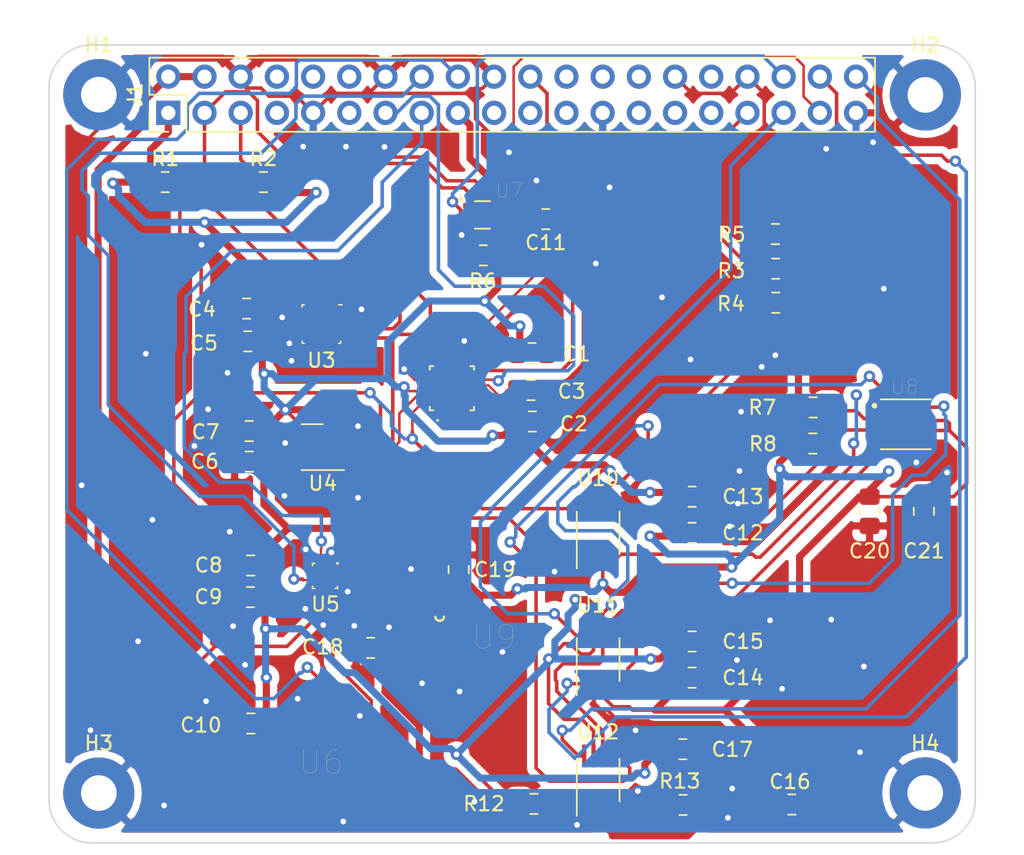
<source format=kicad_pcb>
(kicad_pcb (version 20171130) (host pcbnew "(5.1.5)-3")
  (title_block (title EnviroPy) (date 2020-04-20) (rev v1.0) (company "Engineering Outdoors"))
  (layers (0 F.Cu signal) (31 B.Cu signal) (34 B.Paste user) (35 F.Paste user) (36 B.SilkS user) (37 F.SilkS user) (38 B.Mask user) (39 F.Mask user) (44 Edge.Cuts user))
  (net 0 "")
  (net 1 /5V)
  (net 2 GND)
  (net 3 /1.8V)
  (net 4 /3.3V)
  (net 5 /CH_INT)
  (net 6 /CH_PROG)
  (net 7 /ICM_INT2)
  (net 8 /TSL_INT)
  (net 9 /CH_RESET)
  (net 10 "Net-(J1-Pad33)")
  (net 11 "Net-(J1-Pad32)")
  (net 12 "Net-(J1-Pad31)")
  (net 13 "Net-(J1-Pad29)")
  (net 14 "Net-(J1-Pad28)")
  (net 15 "Net-(J1-Pad27)")
  (net 16 "Net-(J1-Pad26)")
  (net 17 "Net-(J1-Pad24)")
  (net 18 "Net-(J1-Pad23)")
  (net 19 /ICM_INT1)
  (net 20 "Net-(J1-Pad21)")
  (net 21 "Net-(J1-Pad19)")
  (net 22 /TMP_ALERT)
  (net 23 /BMM_DRDY)
  (net 24 /BMM_INT)
  (net 25 /FSYNC)
  (net 26 "Net-(J1-Pad12)")
  (net 27 "Net-(J1-Pad11)")
  (net 28 "Net-(J1-Pad10)")
  (net 29 "Net-(J1-Pad8)")
  (net 30 "Net-(J1-Pad7)")
  (net 31 /SCL)
  (net 32 /SDA)
  (net 33 /OE)
  (net 34 /SCL_1.8)
  (net 35 /SDA_1.8)
  (net 36 /CH_RESET_1.8)
  (net 37 /CH_PROG_1.8)
  (net 38 /CH_INT_1.8)
  (net 39 "Net-(U7-Pad4)")
  (net 40 "Net-(U9-Pad4)")
  (net 41 "Net-(C3-Pad1)")
  (net 42 "Net-(U2-Pad21)")
  (net 43 "Net-(U2-Pad7)")
  (net 44 "Net-(R12-Pad1)")
  (net 45 "Net-(R13-Pad1)")
  (module "Optical Sensors:PSON50P150X100X80-6N" (layer F.Cu) (at 114.8334 72.77354)
    (fp_text reference U7 (at 1.89 -1.742) (layer F.SilkS) (effects (font (thickness 0.015))))
    (fp_text value TSL25911FN)
    (pad 6 smd rect (at 0.75 -0.65) (size 1.2 0.35) (layers F.Cu F.Paste F.Mask) (net 32 /SDA))
    (pad 5 smd rect (at 0.75 0) (size 1.2 0.35) (layers F.Cu F.Paste F.Mask) (net 4 /3.3V))
    (pad 4 smd rect (at 0.75 0.65) (size 1.2 0.35) (layers F.Cu F.Paste F.Mask) (net 39 "Net-(U7-Pad4)"))
    (pad 3 smd rect (at -0.75 0.65) (size 1.2 0.35) (layers F.Cu F.Paste F.Mask) (net 2 GND))
    (pad 2 smd rect (at -0.75 0) (size 1.2 0.35) (layers F.Cu F.Paste F.Mask) (net 8 /TSL_INT))
    (pad 1 smd rect (at -0.75 -0.65) (size 1.2 0.35) (layers F.Cu F.Paste F.Mask) (net 31 /SCL))
  )
  (module Connector_PinHeader_2.54mm:PinHeader_2x20_P2.54mm_Vertical (layer F.Cu) (at 92.788836 65.61 90)
    (fp_text reference J1 (at 1.27 -2.33 90) (layer F.SilkS))
    (fp_text value Raspberry_Pi_2_3)
    (pad 40 thru_hole oval (at 2.54 48.26 90) (size 1.7 1.7) (drill 1) (layers *.Cu *.Mask) (net 5 /CH_INT))
    (pad 39 thru_hole oval (at 0 48.26 90) (size 1.7 1.7) (drill 1) (layers *.Cu *.Mask) (net 2 GND))
    (pad 38 thru_hole oval (at 2.54 45.72 90) (size 1.7 1.7) (drill 1) (layers *.Cu *.Mask) (net 6 /CH_PROG))
    (pad 37 thru_hole oval (at 0 45.72 90) (size 1.7 1.7) (drill 1) (layers *.Cu *.Mask) (net 7 /ICM_INT2))
    (pad 36 thru_hole oval (at 2.54 43.18 90) (size 1.7 1.7) (drill 1) (layers *.Cu *.Mask) (net 8 /TSL_INT))
    (pad 35 thru_hole oval (at 0 43.18 90) (size 1.7 1.7) (drill 1) (layers *.Cu *.Mask) (net 9 /CH_RESET))
    (pad 34 thru_hole oval (at 2.54 40.64 90) (size 1.7 1.7) (drill 1) (layers *.Cu *.Mask) (net 2 GND))
    (pad 33 thru_hole oval (at 0 40.64 90) (size 1.7 1.7) (drill 1) (layers *.Cu *.Mask) (net 10 "Net-(J1-Pad33)"))
    (pad 32 thru_hole oval (at 2.54 38.1 90) (size 1.7 1.7) (drill 1) (layers *.Cu *.Mask) (net 11 "Net-(J1-Pad32)"))
    (pad 31 thru_hole oval (at 0 38.1 90) (size 1.7 1.7) (drill 1) (layers *.Cu *.Mask) (net 12 "Net-(J1-Pad31)"))
    (pad 30 thru_hole oval (at 2.54 35.56 90) (size 1.7 1.7) (drill 1) (layers *.Cu *.Mask) (net 2 GND))
    (pad 29 thru_hole oval (at 0 35.56 90) (size 1.7 1.7) (drill 1) (layers *.Cu *.Mask) (net 13 "Net-(J1-Pad29)"))
    (pad 28 thru_hole oval (at 2.54 33.02 90) (size 1.7 1.7) (drill 1) (layers *.Cu *.Mask) (net 14 "Net-(J1-Pad28)"))
    (pad 27 thru_hole oval (at 0 33.02 90) (size 1.7 1.7) (drill 1) (layers *.Cu *.Mask) (net 15 "Net-(J1-Pad27)"))
    (pad 26 thru_hole oval (at 2.54 30.48 90) (size 1.7 1.7) (drill 1) (layers *.Cu *.Mask) (net 16 "Net-(J1-Pad26)"))
    (pad 25 thru_hole oval (at 0 30.48 90) (size 1.7 1.7) (drill 1) (layers *.Cu *.Mask) (net 2 GND))
    (pad 24 thru_hole oval (at 2.54 27.94 90) (size 1.7 1.7) (drill 1) (layers *.Cu *.Mask) (net 17 "Net-(J1-Pad24)"))
    (pad 23 thru_hole oval (at 0 27.94 90) (size 1.7 1.7) (drill 1) (layers *.Cu *.Mask) (net 18 "Net-(J1-Pad23)"))
    (pad 22 thru_hole oval (at 2.54 25.4 90) (size 1.7 1.7) (drill 1) (layers *.Cu *.Mask) (net 19 /ICM_INT1))
    (pad 21 thru_hole oval (at 0 25.4 90) (size 1.7 1.7) (drill 1) (layers *.Cu *.Mask) (net 20 "Net-(J1-Pad21)"))
    (pad 20 thru_hole oval (at 2.54 22.86 90) (size 1.7 1.7) (drill 1) (layers *.Cu *.Mask) (net 2 GND))
    (pad 19 thru_hole oval (at 0 22.86 90) (size 1.7 1.7) (drill 1) (layers *.Cu *.Mask) (net 21 "Net-(J1-Pad19)"))
    (pad 18 thru_hole oval (at 2.54 20.32 90) (size 1.7 1.7) (drill 1) (layers *.Cu *.Mask) (net 22 /TMP_ALERT))
    (pad 17 thru_hole oval (at 0 20.32 90) (size 1.7 1.7) (drill 1) (layers *.Cu *.Mask) (net 4 /3.3V))
    (pad 16 thru_hole oval (at 2.54 17.78 90) (size 1.7 1.7) (drill 1) (layers *.Cu *.Mask) (net 23 /BMM_DRDY))
    (pad 15 thru_hole oval (at 0 17.78 90) (size 1.7 1.7) (drill 1) (layers *.Cu *.Mask) (net 24 /BMM_INT))
    (pad 14 thru_hole oval (at 2.54 15.24 90) (size 1.7 1.7) (drill 1) (layers *.Cu *.Mask) (net 2 GND))
    (pad 13 thru_hole oval (at 0 15.24 90) (size 1.7 1.7) (drill 1) (layers *.Cu *.Mask) (net 25 /FSYNC))
    (pad 12 thru_hole oval (at 2.54 12.7 90) (size 1.7 1.7) (drill 1) (layers *.Cu *.Mask) (net 26 "Net-(J1-Pad12)"))
    (pad 11 thru_hole oval (at 0 12.7 90) (size 1.7 1.7) (drill 1) (layers *.Cu *.Mask) (net 27 "Net-(J1-Pad11)"))
    (pad 10 thru_hole oval (at 2.54 10.16 90) (size 1.7 1.7) (drill 1) (layers *.Cu *.Mask) (net 28 "Net-(J1-Pad10)"))
    (pad 9 thru_hole oval (at 0 10.16 90) (size 1.7 1.7) (drill 1) (layers *.Cu *.Mask) (net 2 GND))
    (pad 8 thru_hole oval (at 2.54 7.62 90) (size 1.7 1.7) (drill 1) (layers *.Cu *.Mask) (net 29 "Net-(J1-Pad8)"))
    (pad 7 thru_hole oval (at 0 7.62 90) (size 1.7 1.7) (drill 1) (layers *.Cu *.Mask) (net 30 "Net-(J1-Pad7)"))
    (pad 6 thru_hole oval (at 2.54 5.08 90) (size 1.7 1.7) (drill 1) (layers *.Cu *.Mask) (net 2 GND))
    (pad 5 thru_hole oval (at 0 5.08 90) (size 1.7 1.7) (drill 1) (layers *.Cu *.Mask) (net 31 /SCL))
    (pad 4 thru_hole oval (at 2.54 2.54 90) (size 1.7 1.7) (drill 1) (layers *.Cu *.Mask) (net 1 /5V))
    (pad 3 thru_hole oval (at 0 2.54 90) (size 1.7 1.7) (drill 1) (layers *.Cu *.Mask) (net 32 /SDA))
    (pad 2 thru_hole oval (at 2.54 0 90) (size 1.7 1.7) (drill 1) (layers *.Cu *.Mask) (net 1 /5V))
    (pad 1 thru_hole rect (at 0 0 90) (size 1.7 1.7) (drill 1) (layers *.Cu *.Mask) (net 4 /3.3V))
  )
  (module MountingHole:MountingHole_2.5mm_Pad (layer F.Cu) (at 87.91248 113.34286)
    (fp_text reference H3 (at 0 -3.5) (layer F.SilkS))
    (fp_text value MountingHole_Pad)
    (pad 1 thru_hole circle (at 0 0) (size 5 5) (drill 2.5) (layers *.Cu *.Mask) (net 2 GND))
  )
  (module MountingHole:MountingHole_2.5mm_Pad (layer F.Cu) (at 145.91248 64.35286)
    (fp_text reference H2 (at 0 -3.5) (layer F.SilkS))
    (fp_text value MountingHole_Pad)
    (pad 1 thru_hole circle (at 0 0) (size 5 5) (drill 2.5) (layers *.Cu *.Mask) (net 2 GND))
  )
  (module MountingHole:MountingHole_2.5mm_Pad (layer F.Cu) (at 87.91248 64.33286)
    (fp_text reference H1 (at 0 -3.5) (layer F.SilkS))
    (fp_text value MountingHole_Pad)
    (pad 1 thru_hole circle (at 0 0) (size 5 5) (drill 2.5) (layers *.Cu *.Mask) (net 2 GND))
  )
  (module MountingHole:MountingHole_2.5mm_Pad (layer F.Cu) (at 145.90248 113.33286)
    (fp_text reference H4 (at 0 -3.5) (layer F.SilkS))
    (fp_text value MountingHole_Pad)
    (pad 1 thru_hole circle (at 0 0) (size 5 5) (drill 2.5) (layers *.Cu *.Mask) (net 2 GND))
  )
  (module Resistor_SMD:R_0805_2012Metric_Pad1.15x1.40mm_HandSolder (layer F.Cu) (at 128.905 114.17554)
    (fp_text reference R13 (at -0.2286 -1.67132) (layer F.SilkS))
    (fp_text value 0)
    (pad 2 smd roundrect (at 1.025 0) (size 1.15 1.4) (layers F.Cu F.Paste F.Mask) (roundrect_rratio 0.217391) (net 3 /1.8V))
    (pad 1 smd roundrect (at -1.025 0) (size 1.15 1.4) (layers F.Cu F.Paste F.Mask) (roundrect_rratio 0.217391) (net 45 "Net-(R13-Pad1)"))
  )
  (module Resistor_SMD:R_0805_2012Metric_Pad1.15x1.40mm_HandSolder (layer F.Cu) (at 118.4439 114.10188 180)
    (fp_text reference R12 (at 3.5089 0.00762) (layer F.SilkS))
    (fp_text value 0)
    (pad 2 smd roundrect (at 1.025 0 180) (size 1.15 1.4) (layers F.Cu F.Paste F.Mask) (roundrect_rratio 0.217391) (net 4 /3.3V))
    (pad 1 smd roundrect (at -1.025 0 180) (size 1.15 1.4) (layers F.Cu F.Paste F.Mask) (roundrect_rratio 0.217391) (net 44 "Net-(R12-Pad1)"))
  )
  (module Resistor_SMD:R_0805_2012Metric_Pad1.15x1.40mm_HandSolder (layer F.Cu) (at 135.38962 74.1172 180)
    (fp_text reference R5 (at 3.06324 -0.03302) (layer F.SilkS))
    (fp_text value 0)
    (pad 2 smd roundrect (at 1.025 0 180) (size 1.15 1.4) (layers F.Cu F.Paste F.Mask) (roundrect_rratio 0.217391) (net 3 /1.8V))
    (pad 1 smd roundrect (at -1.025 0 180) (size 1.15 1.4) (layers F.Cu F.Paste F.Mask) (roundrect_rratio 0.217391) (net 33 /OE))
  )
  (module Resistor_SMD:R_0805_2012Metric_Pad1.15x1.40mm_HandSolder (layer F.Cu) (at 114.89182 75.61072 180)
    (fp_text reference R6 (at 0.03048 -1.81102) (layer F.SilkS))
    (fp_text value 4.7k)
    (pad 1 smd roundrect (at -1.025 0 180) (size 1.15 1.4) (layers F.Cu F.Paste F.Mask) (roundrect_rratio 0.217391) (net 4 /3.3V))
    (pad 2 smd roundrect (at 1.025 0 180) (size 1.15 1.4) (layers F.Cu F.Paste F.Mask) (roundrect_rratio 0.217391) (net 8 /TSL_INT))
  )
  (module Capacitor_SMD:C_0805_2012Metric_Pad1.15x1.40mm_HandSolder (layer F.Cu) (at 119.27978 73.06818 180)
    (fp_text reference C11 (at 0 -1.65) (layer F.SilkS))
    (fp_text value 1u)
    (pad 2 smd roundrect (at 1.025 0 180) (size 1.15 1.4) (layers F.Cu F.Paste F.Mask) (roundrect_rratio 0.217391) (net 4 /3.3V))
    (pad 1 smd roundrect (at -1.025 0 180) (size 1.15 1.4) (layers F.Cu F.Paste F.Mask) (roundrect_rratio 0.217391) (net 2 GND))
  )
  (module Package_LGA:Bosch_LGA-8_3x3mm_P0.8mm_ClockwisePinNumbering (layer F.Cu) (at 103.62692 89.06764 270)
    (fp_text reference U4 (at 2.54 0 180) (layer F.SilkS))
    (fp_text value BME680)
    (pad 8 smd roundrect (at -1.2 1.1875 270) (size 0.5 0.525) (layers F.Cu F.Paste F.Mask) (net 4 /3.3V))
    (pad 7 smd roundrect (at -0.4 1.1875 270) (size 0.5 0.525) (layers F.Cu F.Paste F.Mask) (net 2 GND))
    (pad 6 smd roundrect (at 0.4 1.1875 270) (size 0.5 0.525) (layers F.Cu F.Paste F.Mask) (net 4 /3.3V))
    (pad 5 smd roundrect (at 1.2 1.1875 270) (size 0.5 0.525) (layers F.Cu F.Paste F.Mask) (net 2 GND))
    (pad 4 smd roundrect (at 1.2 -1.1875 270) (size 0.5 0.525) (layers F.Cu F.Paste F.Mask) (net 31 /SCL))
    (pad 3 smd roundrect (at 0.4 -1.1875 270) (size 0.5 0.525) (layers F.Cu F.Paste F.Mask) (net 32 /SDA))
    (pad 2 smd roundrect (at -0.4 -1.1875 270) (size 0.5 0.525) (layers F.Cu F.Paste F.Mask) (net 4 /3.3V))
    (pad 1 smd roundrect (at -1.2 -1.1875 270) (size 0.5 0.525) (layers F.Cu F.Paste F.Mask) (net 2 GND))
  )
  (module Package_CSP:WLCSP-12_1.56x1.56mm_P0.4mm (layer F.Cu) (at 103.7844 98.1075 270)
    (fp_text reference U5 (at 1.97612 -0.03048 180) (layer F.SilkS))
    (fp_text value BMM150)
    (pad E5 smd circle (at 0.566 0.566 270) (size 0.2 0.2) (layers F.Cu F.Paste F.Mask) (net 4 /3.3V))
    (pad C5 smd circle (at 0.566 0 270) (size 0.2 0.2) (layers F.Cu F.Paste F.Mask) (net 2 GND))
    (pad A5 smd circle (at 0.566 -0.566 270) (size 0.2 0.2) (layers F.Cu F.Paste F.Mask) (net 2 GND))
    (pad D4 smd circle (at 0.283 0.283 270) (size 0.2 0.2) (layers F.Cu F.Paste F.Mask) (net 23 /BMM_DRDY))
    (pad B4 smd circle (at 0.283 -0.283 270) (size 0.2 0.2) (layers F.Cu F.Paste F.Mask) (net 32 /SDA))
    (pad E3 smd circle (at 0 0.566 270) (size 0.2 0.2) (layers F.Cu F.Paste F.Mask) (net 2 GND))
    (pad A3 smd circle (at 0 -0.566 270) (size 0.2 0.2) (layers F.Cu F.Paste F.Mask) (net 31 /SCL))
    (pad D2 smd circle (at -0.283 0.283 270) (size 0.2 0.2) (layers F.Cu F.Paste F.Mask) (net 24 /BMM_INT))
    (pad B2 smd circle (at -0.283 -0.283 270) (size 0.2 0.2) (layers F.Cu F.Paste F.Mask) (net 4 /3.3V))
    (pad E1 smd circle (at -0.566 0.566 270) (size 0.2 0.2) (layers F.Cu F.Paste F.Mask) (net 2 GND))
    (pad C1 smd circle (at -0.566 0 270) (size 0.2 0.2) (layers F.Cu F.Paste F.Mask) (net 2 GND))
    (pad A1 smd circle (at -0.566 -0.566 270) (size 0.2 0.2) (layers F.Cu F.Paste F.Mask) (net 4 /3.3V))
  )
  (module Package_LGA:Bosch_LGA-8_2.5x2.5mm_P0.65mm_ClockwisePinNumbering (layer F.Cu) (at 103.53548 80.43418 270)
    (fp_text reference U3 (at 2.54 0 180) (layer F.SilkS))
    (fp_text value BME280)
    (pad 5 smd rect (at 0.975 1.025) (size 0.5 0.35) (layers F.Cu F.Paste F.Mask) (net 2 GND))
    (pad 6 smd rect (at 0.325 1.025) (size 0.5 0.35) (layers F.Cu F.Paste F.Mask) (net 4 /3.3V))
    (pad 7 smd rect (at -0.325 1.025) (size 0.5 0.35) (layers F.Cu F.Paste F.Mask) (net 2 GND))
    (pad 8 smd rect (at -0.975 1.025) (size 0.5 0.35) (layers F.Cu F.Paste F.Mask) (net 4 /3.3V))
    (pad 1 smd rect (at -0.975 -1.025) (size 0.5 0.35) (layers F.Cu F.Paste F.Mask) (net 2 GND))
    (pad 2 smd rect (at -0.325 -1.025) (size 0.5 0.35) (layers F.Cu F.Paste F.Mask) (net 2 GND))
    (pad 3 smd rect (at 0.325 -1.025) (size 0.5 0.35) (layers F.Cu F.Paste F.Mask) (net 32 /SDA))
    (pad 4 smd rect (at 0.975 -1.025) (size 0.5 0.35) (layers F.Cu F.Paste F.Mask) (net 31 /SCL))
  )
  (module ICM-20649:QFN40P300X300X95-24N (layer F.Cu) (at 112.6871 84.93506 90)
    (fp_text reference U2 (at 0.024045 -2.559671 90) (layer F.SilkS) (effects (font (size 0.480915 0.480915) (thickness 0.015))))
    (fp_text value ICM-20649)
    (pad 1 smd rect (at -1.545 -1 90) (size 0.64 0.22) (layers F.Cu F.Paste F.Mask))
    (pad 2 smd rect (at -1.545 -0.6 90) (size 0.64 0.22) (layers F.Cu F.Paste F.Mask))
    (pad 3 smd rect (at -1.545 -0.2 90) (size 0.64 0.22) (layers F.Cu F.Paste F.Mask))
    (pad 4 smd rect (at -1.545 0.2 90) (size 0.64 0.22) (layers F.Cu F.Paste F.Mask))
    (pad 5 smd rect (at -1.545 0.6 90) (size 0.64 0.22) (layers F.Cu F.Paste F.Mask))
    (pad 6 smd rect (at -1.545 1 90) (size 0.64 0.22) (layers F.Cu F.Paste F.Mask))
    (pad 7 smd rect (at -1 1.545 90) (size 0.22 0.64) (layers F.Cu F.Paste F.Mask) (net 43 "Net-(U2-Pad7)"))
    (pad 8 smd rect (at -0.6 1.545 90) (size 0.22 0.64) (layers F.Cu F.Paste F.Mask) (net 4 /3.3V))
    (pad 9 smd rect (at -0.2 1.545 90) (size 0.22 0.64) (layers F.Cu F.Paste F.Mask) (net 2 GND))
    (pad 10 smd rect (at 0.2 1.545 90) (size 0.22 0.64) (layers F.Cu F.Paste F.Mask) (net 41 "Net-(C3-Pad1)"))
    (pad 11 smd rect (at 0.6 1.545 90) (size 0.22 0.64) (layers F.Cu F.Paste F.Mask) (net 25 /FSYNC))
    (pad 12 smd rect (at 1 1.545 90) (size 0.22 0.64) (layers F.Cu F.Paste F.Mask) (net 19 /ICM_INT1))
    (pad 13 smd rect (at 1.545 1 90) (size 0.64 0.22) (layers F.Cu F.Paste F.Mask) (net 4 /3.3V))
    (pad 14 smd rect (at 1.545 0.6 90) (size 0.64 0.22) (layers F.Cu F.Paste F.Mask))
    (pad 15 smd rect (at 1.545 0.2 90) (size 0.64 0.22) (layers F.Cu F.Paste F.Mask))
    (pad 16 smd rect (at 1.545 -0.2 90) (size 0.64 0.22) (layers F.Cu F.Paste F.Mask))
    (pad 17 smd rect (at 1.545 -0.6 90) (size 0.64 0.22) (layers F.Cu F.Paste F.Mask))
    (pad 18 smd rect (at 1.545 -1 90) (size 0.64 0.22) (layers F.Cu F.Paste F.Mask) (net 2 GND))
    (pad 19 smd rect (at 1 -1.545 90) (size 0.22 0.64) (layers F.Cu F.Paste F.Mask) (net 7 /ICM_INT2))
    (pad 20 smd rect (at 0.6 -1.545 90) (size 0.22 0.64) (layers F.Cu F.Paste F.Mask) (net 2 GND))
    (pad 21 smd rect (at 0.2 -1.545 90) (size 0.22 0.64) (layers F.Cu F.Paste F.Mask) (net 42 "Net-(U2-Pad21)"))
    (pad 22 smd rect (at -0.2 -1.545 90) (size 0.22 0.64) (layers F.Cu F.Paste F.Mask) (net 4 /3.3V))
    (pad 23 smd rect (at -0.6 -1.545 90) (size 0.22 0.64) (layers F.Cu F.Paste F.Mask) (net 31 /SCL))
    (pad 24 smd rect (at -1 -1.545 90) (size 0.22 0.64) (layers F.Cu F.Paste F.Mask) (net 32 /SDA))
  )
  (module TMP102AIDRL:SOT50P160X60-6N (layer F.Cu) (at 103.505 108.6358 180)
    (fp_text reference U6 (at 0 -2.54) (layer F.SilkS) (effects (font (size 1.644409 1.644409) (thickness 0.015))))
    (fp_text value TMP102AIDRLR)
    (pad 6 smd rect (at 0.7366 -0.508 180) (size 1.1176 0.254) (layers F.Cu F.Paste F.Mask) (net 32 /SDA))
    (pad 5 smd rect (at 0.7366 0 180) (size 1.1176 0.254) (layers F.Cu F.Paste F.Mask) (net 4 /3.3V))
    (pad 4 smd rect (at 0.7366 0.508 180) (size 1.1176 0.254) (layers F.Cu F.Paste F.Mask) (net 2 GND))
    (pad 3 smd rect (at -0.7366 0.508 180) (size 1.1176 0.254) (layers F.Cu F.Paste F.Mask) (net 22 /TMP_ALERT))
    (pad 2 smd rect (at -0.7366 0 180) (size 1.1176 0.254) (layers F.Cu F.Paste F.Mask) (net 2 GND))
    (pad 1 smd rect (at -0.7366 -0.508 180) (size 1.1176 0.254) (layers F.Cu F.Paste F.Mask) (net 31 /SCL))
  )
  (module Package_SO:SSOP-8_2.95x2.8mm_P0.65mm (layer F.Cu) (at 122.95124 112.4349 90)
    (fp_text reference U12 (at 3.38 0 180) (layer F.SilkS))
    (fp_text value TXS0102DCT)
    (pad 8 smd rect (at 1.7 -0.975) (size 0.3 1.6) (layers F.Cu F.Paste F.Mask) (net 5 /CH_INT))
    (pad 7 smd rect (at 1.7 -0.325) (size 0.3 1.6) (layers F.Cu F.Paste F.Mask) (net 4 /3.3V))
    (pad 6 smd rect (at 1.7 0.325) (size 0.3 1.6) (layers F.Cu F.Paste F.Mask) (net 33 /OE))
    (pad 5 smd rect (at 1.7 0.975) (size 0.3 1.6) (layers F.Cu F.Paste F.Mask) (net 38 /CH_INT_1.8))
    (pad 4 smd rect (at -1.7 0.975) (size 0.3 1.6) (layers F.Cu F.Paste F.Mask) (net 45 "Net-(R13-Pad1)"))
    (pad 3 smd rect (at -1.7 0.325) (size 0.3 1.6) (layers F.Cu F.Paste F.Mask) (net 3 /1.8V))
    (pad 2 smd rect (at -1.7 -0.325) (size 0.3 1.6) (layers F.Cu F.Paste F.Mask) (net 2 GND))
    (pad 1 smd rect (at -1.7 -0.975) (size 0.3 1.6) (layers F.Cu F.Paste F.Mask) (net 44 "Net-(R12-Pad1)"))
  )
  (module CH-101:XDCR_CH-101 (layer F.Cu) (at 144.54124 87.4649)
    (fp_text reference U8 (at -0.07874 -2.62128) (layer F.SilkS) (effects (font (thickness 0.015))))
    (fp_text value CH-101)
    (pad 5 smd rect (at 1.425 1.2) (size 0.45 0.4) (layers F.Cu F.Paste) (net 2 GND))
    (pad 8 smd rect (at 1.425 -1.2) (size 0.45 0.4) (layers F.Cu F.Paste) (net 36 /CH_RESET_1.8))
    (pad 6 smd rect (at 1.425 0.4) (size 0.45 0.4) (layers F.Cu F.Paste) (net 3 /1.8V))
    (pad 7 smd rect (at 1.425 -0.4) (size 0.45 0.4) (layers F.Cu F.Paste) (net 3 /1.8V))
    (pad 4 smd rect (at -1.425 1.2) (size 0.45 0.4) (layers F.Cu F.Paste) (net 37 /CH_PROG_1.8))
    (pad 1 smd rect (at -1.425 -1.2) (size 0.45 0.4) (layers F.Cu F.Paste) (net 38 /CH_INT_1.8))
    (pad 3 smd rect (at -1.425 0.4) (size 0.45 0.4) (layers F.Cu F.Paste) (net 35 /SDA_1.8))
    (pad 2 smd rect (at -1.425 -0.4) (size 0.45 0.4) (layers F.Cu F.Paste) (net 34 /SCL_1.8))
  )
  (module Package_SO:SSOP-8_2.95x2.8mm_P0.65mm (layer F.Cu) (at 122.95124 103.9749 90)
    (fp_text reference U11 (at 3.81 0 180) (layer F.SilkS))
    (fp_text value TXS0102DCT)
    (pad 8 smd rect (at 1.7 -0.975) (size 0.3 1.6) (layers F.Cu F.Paste F.Mask) (net 9 /CH_RESET))
    (pad 7 smd rect (at 1.7 -0.325) (size 0.3 1.6) (layers F.Cu F.Paste F.Mask) (net 4 /3.3V))
    (pad 6 smd rect (at 1.7 0.325) (size 0.3 1.6) (layers F.Cu F.Paste F.Mask) (net 33 /OE))
    (pad 5 smd rect (at 1.7 0.975) (size 0.3 1.6) (layers F.Cu F.Paste F.Mask) (net 36 /CH_RESET_1.8))
    (pad 4 smd rect (at -1.7 0.975) (size 0.3 1.6) (layers F.Cu F.Paste F.Mask) (net 37 /CH_PROG_1.8))
    (pad 3 smd rect (at -1.7 0.325) (size 0.3 1.6) (layers F.Cu F.Paste F.Mask) (net 3 /1.8V))
    (pad 2 smd rect (at -1.7 -0.325) (size 0.3 1.6) (layers F.Cu F.Paste F.Mask) (net 2 GND))
    (pad 1 smd rect (at -1.7 -0.975) (size 0.3 1.6) (layers F.Cu F.Paste F.Mask) (net 6 /CH_PROG))
  )
  (module ADP121-AUJZ25R7:SOT95P280X100-5N (layer F.Cu) (at 111.83112 102.40772)
    (fp_text reference U9 (at 3.81 0) (layer F.SilkS) (effects (font (size 1.642449 1.642449) (thickness 0.015))))
    (fp_text value ADP121-AUJZ25R7)
    (pad 5 smd rect (at 1.2192 -0.9398) (size 1.2192 0.508) (layers F.Cu F.Paste F.Mask) (net 3 /1.8V))
    (pad 4 smd rect (at 1.2192 0.9398) (size 1.2192 0.508) (layers F.Cu F.Paste F.Mask) (net 40 "Net-(U9-Pad4)"))
    (pad 3 smd rect (at -1.2192 0.9398) (size 1.2192 0.508) (layers F.Cu F.Paste F.Mask) (net 1 /5V))
    (pad 2 smd rect (at -1.2192 0) (size 1.2192 0.508) (layers F.Cu F.Paste F.Mask) (net 2 GND))
    (pad 1 smd rect (at -1.2192 -0.9398) (size 1.2192 0.508) (layers F.Cu F.Paste F.Mask) (net 1 /5V))
  )
  (module Package_SO:SSOP-8_2.95x2.8mm_P0.65mm (layer F.Cu) (at 122.95124 95.0849 90)
    (fp_text reference U10 (at 3.81 0 180) (layer F.SilkS))
    (fp_text value TXS0102DCT)
    (pad 8 smd rect (at 1.7 -0.975) (size 0.3 1.6) (layers F.Cu F.Paste F.Mask) (net 32 /SDA))
    (pad 7 smd rect (at 1.7 -0.325) (size 0.3 1.6) (layers F.Cu F.Paste F.Mask) (net 4 /3.3V))
    (pad 6 smd rect (at 1.7 0.325) (size 0.3 1.6) (layers F.Cu F.Paste F.Mask) (net 33 /OE))
    (pad 5 smd rect (at 1.7 0.975) (size 0.3 1.6) (layers F.Cu F.Paste F.Mask) (net 35 /SDA_1.8))
    (pad 4 smd rect (at -1.7 0.975) (size 0.3 1.6) (layers F.Cu F.Paste F.Mask) (net 34 /SCL_1.8))
    (pad 3 smd rect (at -1.7 0.325) (size 0.3 1.6) (layers F.Cu F.Paste F.Mask) (net 3 /1.8V))
    (pad 2 smd rect (at -1.7 -0.325) (size 0.3 1.6) (layers F.Cu F.Paste F.Mask) (net 2 GND))
    (pad 1 smd rect (at -1.7 -0.975) (size 0.3 1.6) (layers F.Cu F.Paste F.Mask) (net 31 /SCL))
  )
  (module Resistor_SMD:R_0805_2012Metric_Pad1.15x1.40mm_HandSolder (layer F.Cu) (at 138.02106 88.81364 180)
    (fp_text reference R8 (at 3.51028 -0.02794) (layer F.SilkS))
    (fp_text value 10k)
    (pad 2 smd roundrect (at 1.025 0 180) (size 1.15 1.4) (layers F.Cu F.Paste F.Mask) (roundrect_rratio 0.217391) (net 3 /1.8V))
    (pad 1 smd roundrect (at -1.025 0 180) (size 1.15 1.4) (layers F.Cu F.Paste F.Mask) (roundrect_rratio 0.217391) (net 35 /SDA_1.8))
  )
  (module Resistor_SMD:R_0805_2012Metric_Pad1.15x1.40mm_HandSolder (layer F.Cu) (at 138.03514 86.28126)
    (fp_text reference R7 (at -3.565 0) (layer F.SilkS))
    (fp_text value 10k)
    (pad 2 smd roundrect (at 1.025 0) (size 1.15 1.4) (layers F.Cu F.Paste F.Mask) (roundrect_rratio 0.217391) (net 34 /SCL_1.8))
    (pad 1 smd roundrect (at -1.025 0) (size 1.15 1.4) (layers F.Cu F.Paste F.Mask) (roundrect_rratio 0.217391) (net 3 /1.8V))
  )
  (module Resistor_SMD:R_0805_2012Metric_Pad1.15x1.40mm_HandSolder (layer F.Cu) (at 135.41618 78.93304)
    (fp_text reference R4 (at -3.14822 0.07874) (layer F.SilkS))
    (fp_text value 4.7k)
    (pad 2 smd roundrect (at 1.025 0) (size 1.15 1.4) (layers F.Cu F.Paste F.Mask) (roundrect_rratio 0.217391) (net 33 /OE))
    (pad 1 smd roundrect (at -1.025 0) (size 1.15 1.4) (layers F.Cu F.Paste F.Mask) (roundrect_rratio 0.217391) (net 2 GND))
  )
  (module Resistor_SMD:R_0805_2012Metric_Pad1.15x1.40mm_HandSolder (layer F.Cu) (at 99.46016 70.46976)
    (fp_text reference R2 (at 0 -1.65) (layer F.SilkS))
    (fp_text value 4.7k)
    (pad 2 smd roundrect (at 1.025 0) (size 1.15 1.4) (layers F.Cu F.Paste F.Mask) (roundrect_rratio 0.217391) (net 4 /3.3V))
    (pad 1 smd roundrect (at -1.025 0) (size 1.15 1.4) (layers F.Cu F.Paste F.Mask) (roundrect_rratio 0.217391) (net 31 /SCL))
  )
  (module Resistor_SMD:R_0805_2012Metric_Pad1.15x1.40mm_HandSolder (layer F.Cu) (at 92.57422 70.46976)
    (fp_text reference R1 (at 0 -1.65) (layer F.SilkS))
    (fp_text value 4.7k)
    (pad 2 smd roundrect (at 1.025 0) (size 1.15 1.4) (layers F.Cu F.Paste F.Mask) (roundrect_rratio 0.217391) (net 32 /SDA))
    (pad 1 smd roundrect (at -1.025 0) (size 1.15 1.4) (layers F.Cu F.Paste F.Mask) (roundrect_rratio 0.217391) (net 4 /3.3V))
  )
  (module Resistor_SMD:R_0805_2012Metric_Pad1.15x1.40mm_HandSolder (layer F.Cu) (at 135.41132 76.54544 180)
    (fp_text reference R3 (at 3.11034 -0.14732) (layer F.SilkS))
    (fp_text value 4.7k)
    (pad 2 smd roundrect (at 1.025 0 180) (size 1.15 1.4) (layers F.Cu F.Paste F.Mask) (roundrect_rratio 0.217391) (net 10 "Net-(J1-Pad33)"))
    (pad 1 smd roundrect (at -1.025 0 180) (size 1.15 1.4) (layers F.Cu F.Paste F.Mask) (roundrect_rratio 0.217391) (net 33 /OE))
  )
  (module Capacitor_SMD:C_0805_2012Metric_Pad1.15x1.40mm_HandSolder (layer F.Cu) (at 98.46056 87.93988 180)
    (fp_text reference C7 (at 3.05562 -0.05842) (layer F.SilkS))
    (fp_text value 100n)
    (pad 2 smd roundrect (at 1.025 0 180) (size 1.15 1.4) (layers F.Cu F.Paste F.Mask) (roundrect_rratio 0.217391) (net 2 GND))
    (pad 1 smd roundrect (at -1.025 0 180) (size 1.15 1.4) (layers F.Cu F.Paste F.Mask) (roundrect_rratio 0.217391) (net 4 /3.3V))
  )
  (module Capacitor_SMD:C_0805_2012Metric_Pad1.15x1.40mm_HandSolder (layer F.Cu) (at 98.47072 90.08364 180)
    (fp_text reference C6 (at 3.11658 0.00762) (layer F.SilkS))
    (fp_text value 100n)
    (pad 2 smd roundrect (at 1.025 0 180) (size 1.15 1.4) (layers F.Cu F.Paste F.Mask) (roundrect_rratio 0.217391) (net 2 GND))
    (pad 1 smd roundrect (at -1.025 0 180) (size 1.15 1.4) (layers F.Cu F.Paste F.Mask) (roundrect_rratio 0.217391) (net 4 /3.3V))
  )
  (module Capacitor_SMD:C_0805_2012Metric_Pad1.15x1.40mm_HandSolder (layer F.Cu) (at 98.54946 99.59594)
    (fp_text reference C9 (at -2.94386 -0.02286) (layer F.SilkS))
    (fp_text value 100n)
    (pad 2 smd roundrect (at 1.025 0) (size 1.15 1.4) (layers F.Cu F.Paste F.Mask) (roundrect_rratio 0.217391) (net 4 /3.3V))
    (pad 1 smd roundrect (at -1.025 0) (size 1.15 1.4) (layers F.Cu F.Paste F.Mask) (roundrect_rratio 0.217391) (net 2 GND))
  )
  (module Capacitor_SMD:C_0805_2012Metric_Pad1.15x1.40mm_HandSolder (layer F.Cu) (at 98.56978 97.37344)
    (fp_text reference C8 (at -2.95402 -0.02032) (layer F.SilkS))
    (fp_text value 100n)
    (pad 2 smd roundrect (at 1.025 0) (size 1.15 1.4) (layers F.Cu F.Paste F.Mask) (roundrect_rratio 0.217391) (net 4 /3.3V))
    (pad 1 smd roundrect (at -1.025 0) (size 1.15 1.4) (layers F.Cu F.Paste F.Mask) (roundrect_rratio 0.217391) (net 2 GND))
  )
  (module Capacitor_SMD:C_0805_2012Metric_Pad1.15x1.40mm_HandSolder (layer F.Cu) (at 98.3615 81.64576 180)
    (fp_text reference C5 (at 3.07086 -0.12192) (layer F.SilkS))
    (fp_text value 100n)
    (pad 2 smd roundrect (at 1.025 0 180) (size 1.15 1.4) (layers F.Cu F.Paste F.Mask) (roundrect_rratio 0.217391) (net 2 GND))
    (pad 1 smd roundrect (at -1.025 0 180) (size 1.15 1.4) (layers F.Cu F.Paste F.Mask) (roundrect_rratio 0.217391) (net 4 /3.3V))
  )
  (module Capacitor_SMD:C_0805_2012Metric_Pad1.15x1.40mm_HandSolder (layer F.Cu) (at 118.237 85.06206)
    (fp_text reference C3 (at 2.85104 0.08636) (layer F.SilkS))
    (fp_text value 100n)
    (pad 2 smd roundrect (at 1.025 0) (size 1.15 1.4) (layers F.Cu F.Paste F.Mask) (roundrect_rratio 0.217391) (net 2 GND))
    (pad 1 smd roundrect (at -1.025 0) (size 1.15 1.4) (layers F.Cu F.Paste F.Mask) (roundrect_rratio 0.217391) (net 41 "Net-(C3-Pad1)"))
  )
  (module Capacitor_SMD:C_0805_2012Metric_Pad1.15x1.40mm_HandSolder (layer F.Cu) (at 118.3386 87.26932)
    (fp_text reference C2 (at 2.90692 0.1651) (layer F.SilkS))
    (fp_text value 100n)
    (pad 2 smd roundrect (at 1.025 0) (size 1.15 1.4) (layers F.Cu F.Paste F.Mask) (roundrect_rratio 0.217391) (net 2 GND))
    (pad 1 smd roundrect (at -1.025 0) (size 1.15 1.4) (layers F.Cu F.Paste F.Mask) (roundrect_rratio 0.217391) (net 4 /3.3V))
  )
  (module Capacitor_SMD:C_0805_2012Metric_Pad1.15x1.40mm_HandSolder (layer F.Cu) (at 118.3132 82.46872)
    (fp_text reference C1 (at 3.11658 0.0635) (layer F.SilkS))
    (fp_text value 100n)
    (pad 2 smd roundrect (at 1.025 0) (size 1.15 1.4) (layers F.Cu F.Paste F.Mask) (roundrect_rratio 0.217391) (net 2 GND))
    (pad 1 smd roundrect (at -1.025 0) (size 1.15 1.4) (layers F.Cu F.Paste F.Mask) (roundrect_rratio 0.217391) (net 4 /3.3V))
  )
  (module Capacitor_SMD:C_0805_2012Metric_Pad1.15x1.40mm_HandSolder (layer F.Cu) (at 98.28784 79.34452 180)
    (fp_text reference C4 (at 3.13182 -0.04826) (layer F.SilkS))
    (fp_text value 100n)
    (pad 2 smd roundrect (at 1.025 0 180) (size 1.15 1.4) (layers F.Cu F.Paste F.Mask) (roundrect_rratio 0.217391) (net 2 GND))
    (pad 1 smd roundrect (at -1.025 0 180) (size 1.15 1.4) (layers F.Cu F.Paste F.Mask) (roundrect_rratio 0.217391) (net 4 /3.3V))
  )
  (module Capacitor_SMD:C_0805_2012Metric_Pad1.15x1.40mm_HandSolder (layer F.Cu) (at 128.8923 110.26394 180)
    (fp_text reference C17 (at -3.4671 -0.01778) (layer F.SilkS))
    (fp_text value 100n)
    (pad 2 smd roundrect (at 1.025 0 180) (size 1.15 1.4) (layers F.Cu F.Paste F.Mask) (roundrect_rratio 0.217391) (net 4 /3.3V))
    (pad 1 smd roundrect (at -1.025 0 180) (size 1.15 1.4) (layers F.Cu F.Paste F.Mask) (roundrect_rratio 0.217391) (net 2 GND))
  )
  (module Capacitor_SMD:C_0805_2012Metric_Pad1.15x1.40mm_HandSolder (layer F.Cu) (at 98.58248 108.46308)
    (fp_text reference C10 (at -3.5052 0.11176) (layer F.SilkS))
    (fp_text value 100n)
    (pad 2 smd roundrect (at 1.025 0) (size 1.15 1.4) (layers F.Cu F.Paste F.Mask) (roundrect_rratio 0.217391) (net 4 /3.3V))
    (pad 1 smd roundrect (at -1.025 0) (size 1.15 1.4) (layers F.Cu F.Paste F.Mask) (roundrect_rratio 0.217391) (net 2 GND))
  )
  (module Capacitor_SMD:C_0805_2012Metric_Pad1.15x1.40mm_HandSolder (layer F.Cu) (at 145.81124 93.5699 90)
    (fp_text reference C21 (at -2.785 0 180) (layer F.SilkS))
    (fp_text value 100n)
    (pad 2 smd roundrect (at 1.025 0 90) (size 1.15 1.4) (layers F.Cu F.Paste F.Mask) (roundrect_rratio 0.217391) (net 3 /1.8V))
    (pad 1 smd roundrect (at -1.025 0 90) (size 1.15 1.4) (layers F.Cu F.Paste F.Mask) (roundrect_rratio 0.217391) (net 2 GND))
  )
  (module Capacitor_SMD:C_0805_2012Metric_Pad1.15x1.40mm_HandSolder (layer F.Cu) (at 136.54532 114.1476)
    (fp_text reference C16 (at -0.13462 -1.61036) (layer F.SilkS))
    (fp_text value 100n)
    (pad 2 smd roundrect (at 1.025 0) (size 1.15 1.4) (layers F.Cu F.Paste F.Mask) (roundrect_rratio 0.217391) (net 2 GND))
    (pad 1 smd roundrect (at -1.025 0) (size 1.15 1.4) (layers F.Cu F.Paste F.Mask) (roundrect_rratio 0.217391) (net 3 /1.8V))
  )
  (module Capacitor_SMD:C_0805_2012Metric_Pad1.15x1.40mm_HandSolder (layer F.Cu) (at 142.00124 93.5699 90)
    (fp_text reference C20 (at -2.785 0 180) (layer F.SilkS))
    (fp_text value 100n)
    (pad 2 smd roundrect (at 1.025 0 90) (size 1.15 1.4) (layers F.Cu F.Paste F.Mask) (roundrect_rratio 0.217391) (net 3 /1.8V))
    (pad 1 smd roundrect (at -1.025 0 90) (size 1.15 1.4) (layers F.Cu F.Paste F.Mask) (roundrect_rratio 0.217391) (net 2 GND))
  )
  (module Capacitor_SMD:C_0805_2012Metric_Pad1.15x1.40mm_HandSolder (layer F.Cu) (at 129.54624 102.7049 180)
    (fp_text reference C15 (at -3.565 0) (layer F.SilkS))
    (fp_text value 100n)
    (pad 2 smd roundrect (at 1.025 0 180) (size 1.15 1.4) (layers F.Cu F.Paste F.Mask) (roundrect_rratio 0.217391) (net 4 /3.3V))
    (pad 1 smd roundrect (at -1.025 0 180) (size 1.15 1.4) (layers F.Cu F.Paste F.Mask) (roundrect_rratio 0.217391) (net 2 GND))
  )
  (module Capacitor_SMD:C_0805_2012Metric_Pad1.15x1.40mm_HandSolder (layer F.Cu) (at 129.54624 105.2449)
    (fp_text reference C14 (at 3.565 0) (layer F.SilkS))
    (fp_text value 100n)
    (pad 2 smd roundrect (at 1.025 0) (size 1.15 1.4) (layers F.Cu F.Paste F.Mask) (roundrect_rratio 0.217391) (net 2 GND))
    (pad 1 smd roundrect (at -1.025 0) (size 1.15 1.4) (layers F.Cu F.Paste F.Mask) (roundrect_rratio 0.217391) (net 3 /1.8V))
  )
  (module Capacitor_SMD:C_0805_2012Metric_Pad1.15x1.40mm_HandSolder (layer F.Cu) (at 113.16462 97.663 90)
    (fp_text reference C19 (at 0 2.54 180) (layer F.SilkS))
    (fp_text value 1u)
    (pad 2 smd roundrect (at 1.025 0 90) (size 1.15 1.4) (layers F.Cu F.Paste F.Mask) (roundrect_rratio 0.217391) (net 2 GND))
    (pad 1 smd roundrect (at -1.025 0 90) (size 1.15 1.4) (layers F.Cu F.Paste F.Mask) (roundrect_rratio 0.217391) (net 3 /1.8V))
  )
  (module Capacitor_SMD:C_0805_2012Metric_Pad1.15x1.40mm_HandSolder (layer F.Cu) (at 129.54624 92.5449 180)
    (fp_text reference C13 (at -3.565 0) (layer F.SilkS))
    (fp_text value 100n)
    (pad 2 smd roundrect (at 1.025 0 180) (size 1.15 1.4) (layers F.Cu F.Paste F.Mask) (roundrect_rratio 0.217391) (net 4 /3.3V))
    (pad 1 smd roundrect (at -1.025 0 180) (size 1.15 1.4) (layers F.Cu F.Paste F.Mask) (roundrect_rratio 0.217391) (net 2 GND))
  )
  (module Capacitor_SMD:C_0805_2012Metric_Pad1.15x1.40mm_HandSolder (layer F.Cu) (at 129.54624 95.0849)
    (fp_text reference C12 (at 3.565 0) (layer F.SilkS))
    (fp_text value 100n)
    (pad 2 smd roundrect (at 1.025 0) (size 1.15 1.4) (layers F.Cu F.Paste F.Mask) (roundrect_rratio 0.217391) (net 2 GND))
    (pad 1 smd roundrect (at -1.025 0) (size 1.15 1.4) (layers F.Cu F.Paste F.Mask) (roundrect_rratio 0.217391) (net 3 /1.8V))
  )
  (module Capacitor_SMD:C_0805_2012Metric_Pad1.15x1.40mm_HandSolder (layer F.Cu) (at 106.98988 103.15448)
    (fp_text reference C18 (at -3.36296 -0.0635) (layer F.SilkS))
    (fp_text value 1u)
    (pad 2 smd roundrect (at 1.025 0) (size 1.15 1.4) (layers F.Cu F.Paste F.Mask) (roundrect_rratio 0.217391) (net 1 /5V))
    (pad 1 smd roundrect (at -1.025 0) (size 1.15 1.4) (layers F.Cu F.Paste F.Mask) (roundrect_rratio 0.217391) (net 2 GND))
  )
  (gr_line (start 149.418836 113.840471) (end 149.418836 63.840471) (layer Edge.Cuts) (width 0.1))
  (gr_line (start 146.418836 60.840471) (end 87.418836 60.840471) (layer Edge.Cuts) (width 0.1))
  (gr_arc (start 87.418836 63.840471) (end 87.418836 60.840471) (angle -90) (layer Edge.Cuts) (width 0.1))
  (gr_arc (start 146.418836 113.840471) (end 146.418836 116.840471) (angle -89.9) (layer Edge.Cuts) (width 0.1))
  (gr_line (start 87.418836 116.840471) (end 146.418836 116.840471) (layer Edge.Cuts) (width 0.1))
  (gr_arc (start 87.418836 113.840471) (end 84.418836 113.840471) (angle -90) (layer Edge.Cuts) (width 0.1))
  (gr_line (start 84.418836 63.840471) (end 84.418836 113.840471) (layer Edge.Cuts) (width 0.1))
  (gr_arc (start 146.418836 63.840471) (end 149.418836 63.840471) (angle -90) (layer Edge.Cuts) (width 0.1))
  (segment (start 95.328836 63.07) (end 92.788836 63.07) (width 0.5) (layer F.Cu) (net 1))
  (segment (start 92.788836 63.07) (end 91.09202 64.766816) (width 0.5) (layer F.Cu) (net 1))
  (segment (start 91.09202 64.766816) (end 91.09202 66.37528) (width 0.5) (layer F.Cu) (net 1))
  (segment (start 91.09202 66.37528) (end 87.86114 69.60616) (width 0.5) (layer F.Cu) (net 1))
  (segment (start 87.86114 69.60616) (end 87.86114 106.34218) (width 0.5) (layer F.Cu) (net 1))
  (segment (start 87.86114 106.34218) (end 95.69196 114.173) (width 0.5) (layer F.Cu) (net 1))
  (segment (start 95.69196 114.173) (end 107.49026 114.173) (width 0.5) (layer F.Cu) (net 1))
  (segment (start 107.49026 114.173) (end 110.40364 111.25962) (width 0.5) (layer F.Cu) (net 1))
  (segment (start 110.40364 111.25962) (end 110.40364 108.64596) (width 0.5) (layer F.Cu) (net 1))
  (segment (start 110.40364 108.64596) (end 107.98302 106.22534) (width 0.5) (layer F.Cu) (net 1))
  (segment (start 108.01488 106.19348) (end 108.01488 103.15448) (width 0.5) (layer F.Cu) (net 1))
  (segment (start 107.98302 106.22534) (end 108.01488 106.19348) (width 0.5) (layer F.Cu) (net 1))
  (segment (start 108.20792 103.34752) (end 108.01488 103.15448) (width 0.5) (layer F.Cu) (net 1))
  (segment (start 110.61192 103.34752) (end 108.20792 103.34752) (width 0.5) (layer F.Cu) (net 1))
  (segment (start 107.14736 102.28072) (end 107.14736 102.86196) (width 0.5) (layer F.Cu) (net 1))
  (segment (start 110.61192 101.46792) (end 109.50232 101.46792) (width 0.5) (layer F.Cu) (net 1))
  (segment (start 107.65536 100.6094) (end 106.92892 101.33584) (width 0.5) (layer F.Cu) (net 1))
  (segment (start 109.50232 101.46792) (end 109.40326 101.36886) (width 0.5) (layer F.Cu) (net 1))
  (segment (start 107.43988 103.15448) (end 108.01488 103.15448) (width 0.5) (layer F.Cu) (net 1))
  (segment (start 106.92892 102.06228) (end 107.14736 102.28072) (width 0.5) (layer F.Cu) (net 1))
  (segment (start 109.40326 101.36886) (end 109.40326 101.05428) (width 0.5) (layer F.Cu) (net 1))
  (segment (start 106.92892 101.33584) (end 106.92892 102.06228) (width 0.5) (layer F.Cu) (net 1))
  (segment (start 109.40326 101.05428) (end 108.95838 100.6094) (width 0.5) (layer F.Cu) (net 1))
  (segment (start 107.14736 102.86196) (end 107.43988 103.15448) (width 0.5) (layer F.Cu) (net 1))
  (segment (start 108.95838 100.6094) (end 107.65536 100.6094) (width 0.5) (layer F.Cu) (net 1))
  (via (at 145.27784 90.13952) (size 0.8) (drill 0.4) (layers F.Cu B.Cu) (net 2))
  (via (at 106.34472 79.4004) (size 0.8) (drill 0.4) (layers F.Cu B.Cu) (net 2))
  (via (at 113.55578 81.61528) (size 0.8) (drill 0.4) (layers F.Cu B.Cu) (net 2))
  (via (at 108.27258 101.71176) (size 0.8) (drill 0.4) (layers F.Cu B.Cu) (net 2))
  (via (at 109.34192 83.59902) (size 0.8) (drill 0.4) (layers F.Cu B.Cu) (net 2))
  (via (at 101.8667 106.72064) (size 0.8) (drill 0.4) (layers F.Cu B.Cu) (net 2))
  (via (at 106.23042 107.9246) (size 0.8) (drill 0.4) (layers F.Cu B.Cu) (net 2))
  (via (at 102.42804 96.2406) (size 0.8) (drill 0.4) (layers F.Cu B.Cu) (net 2))
  (via (at 104.23398 96.45142) (size 0.8) (drill 0.4) (layers F.Cu B.Cu) (net 2))
  (via (at 94.62262 88.98636) (size 0.8) (drill 0.4) (layers F.Cu B.Cu) (net 2))
  (via (at 101.43236 83.0072) (size 0.8) (drill 0.4) (layers F.Cu B.Cu) (net 2))
  (via (at 100.9396 92.48394) (size 0.8) (drill 0.4) (layers F.Cu B.Cu) (net 2))
  (via (at 106.10088 87.59698) (size 0.8) (drill 0.4) (layers F.Cu B.Cu) (net 2))
  (via (at 100.9904 88.78316) (size 0.8) (drill 0.4) (layers F.Cu B.Cu) (net 2))
  (via (at 100.77704 79.96682) (size 0.8) (drill 0.4) (layers F.Cu B.Cu) (net 2))
  (segment (start 100.9217 80.10918) (end 100.9015 80.12938) (width 0.25) (layer F.Cu) (net 2))
  (segment (start 102.51048 80.10918) (end 100.9217 80.10918) (width 0.25) (layer F.Cu) (net 2))
  (segment (start 101.10592 88.66764) (end 100.9904 88.78316) (width 0.25) (layer F.Cu) (net 2))
  (segment (start 102.43942 88.66764) (end 101.10592 88.66764) (width 0.25) (layer F.Cu) (net 2))
  (segment (start 119.262 85.76206) (end 119.262 85.06206) (width 0.16) (layer F.Cu) (net 2))
  (segment (start 118.87234 86.15172) (end 119.262 85.76206) (width 0.16) (layer F.Cu) (net 2))
  (segment (start 114.75081 85.17505) (end 115.09625 85.17505) (width 0.16) (layer F.Cu) (net 2))
  (segment (start 114.2321 85.13506) (end 114.71082 85.13506) (width 0.16) (layer F.Cu) (net 2))
  (segment (start 114.71082 85.13506) (end 114.75081 85.17505) (width 0.16) (layer F.Cu) (net 2))
  (segment (start 116.07292 86.15172) (end 118.87234 86.15172) (width 0.16) (layer F.Cu) (net 2))
  (segment (start 115.09625 85.17505) (end 116.07292 86.15172) (width 0.16) (layer F.Cu) (net 2))
  (segment (start 110.6421 84.33506) (end 110.61868 84.35848) (width 0.18) (layer F.Cu) (net 2))
  (segment (start 111.1421 84.33506) (end 110.6421 84.33506) (width 0.18) (layer F.Cu) (net 2))
  (segment (start 110.10138 84.35848) (end 109.34192 83.59902) (width 0.18) (layer F.Cu) (net 2))
  (segment (start 110.61868 84.35848) (end 110.10138 84.35848) (width 0.18) (layer F.Cu) (net 2))
  (segment (start 111.6871 82.89006) (end 112.0678 82.50936) (width 0.18) (layer F.Cu) (net 2))
  (segment (start 111.6871 83.39006) (end 111.6871 82.89006) (width 0.18) (layer F.Cu) (net 2))
  (segment (start 112.0678 82.50936) (end 112.29086 82.50936) (width 0.18) (layer F.Cu) (net 2))
  (segment (start 112.29086 82.50936) (end 112.51438 82.28584) (width 0.18) (layer F.Cu) (net 2))
  (segment (start 122.62624 106.7249) (end 122.6693 106.76796) (width 0.25) (layer F.Cu) (net 2))
  (segment (start 122.62624 105.6749) (end 122.62624 106.7249) (width 0.25) (layer F.Cu) (net 2))
  (segment (start 122.6693 106.76796) (end 122.6693 107.50804) (width 0.25) (layer F.Cu) (net 2))
  (segment (start 122.62624 115.1849) (end 122.68454 115.2432) (width 0.25) (layer F.Cu) (net 2))
  (segment (start 122.62624 114.1349) (end 122.62624 115.1849) (width 0.25) (layer F.Cu) (net 2))
  (segment (start 122.68454 115.2432) (end 122.6532 115.2432) (width 0.25) (layer F.Cu) (net 2))
  (segment (start 144.28724 89.74328) (end 144.68348 90.13952) (width 0.25) (layer F.Cu) (net 2))
  (segment (start 145.49124 88.6649) (end 145.40346 88.75268) (width 0.25) (layer F.Cu) (net 2))
  (segment (start 145.96624 88.6649) (end 145.49124 88.6649) (width 0.25) (layer F.Cu) (net 2))
  (segment (start 145.09496 88.75268) (end 144.28724 89.5604) (width 0.25) (layer F.Cu) (net 2))
  (segment (start 145.40346 88.75268) (end 145.09496 88.75268) (width 0.25) (layer F.Cu) (net 2))
  (segment (start 144.68348 90.13952) (end 145.27784 90.13952) (width 0.25) (layer F.Cu) (net 2))
  (segment (start 144.28724 89.5604) (end 144.28724 89.74328) (width 0.25) (layer F.Cu) (net 2))
  (segment (start 109.75232 102.40772) (end 109.605 102.2604) (width 0.25) (layer F.Cu) (net 2))
  (segment (start 110.61192 102.40772) (end 109.75232 102.40772) (width 0.25) (layer F.Cu) (net 2))
  (segment (start 108.82122 102.2604) (end 108.27258 101.71176) (width 0.25) (layer F.Cu) (net 2))
  (segment (start 109.605 102.2604) (end 108.82122 102.2604) (width 0.25) (layer F.Cu) (net 2))
  (segment (start 122.62624 97.8349) (end 122.62624 96.7849) (width 0.25) (layer F.Cu) (net 2))
  (segment (start 123.587968 107.50804) (end 125.020528 108.9406) (width 0.25) (layer F.Cu) (net 2))
  (segment (start 122.6693 107.50804) (end 123.587968 107.50804) (width 0.25) (layer F.Cu) (net 2))
  (segment (start 125.020528 108.9406) (end 125.5776 108.9406) (width 0.25) (layer F.Cu) (net 2))
  (segment (start 125.5776 108.9406) (end 125.5776 108.9406) (width 0.25) (layer F.Cu) (net 2))
  (via (at 125.5776 108.9406) (size 0.8) (drill 0.4) (layers F.Cu B.Cu) (net 2))
  (via (at 95.12046 74.8665) (size 0.8) (drill 0.4) (layers F.Cu B.Cu) (net 2))
  (segment (start 122.62624 97.8349) (end 122.14028 98.32086) (width 0.25) (layer F.Cu) (net 2))
  (segment (start 122.14028 98.32086) (end 120.41124 98.32086) (width 0.25) (layer F.Cu) (net 2))
  (segment (start 120.41124 98.32086) (end 119.89181 97.80143) (width 0.25) (layer F.Cu) (net 2))
  (segment (start 119.89181 97.80143) (end 119.87276 97.78238) (width 0.25) (layer F.Cu) (net 2))
  (via (at 119.89181 97.80143) (size 0.8) (drill 0.4) (layers F.Cu B.Cu) (net 2))
  (segment (start 112.88522 82.28584) (end 113.55578 81.61528) (width 0.5) (layer F.Cu) (net 2))
  (segment (start 112.51438 82.28584) (end 112.88522 82.28584) (width 0.5) (layer F.Cu) (net 2))
  (segment (start 104.450399 98.773499) (end 104.945699 98.773499) (width 0.16) (layer F.Cu) (net 2))
  (segment (start 104.3504 98.6735) (end 104.450399 98.773499) (width 0.16) (layer F.Cu) (net 2))
  (segment (start 104.945699 98.773499) (end 105.37698 99.20478) (width 0.16) (layer F.Cu) (net 2))
  (segment (start 103.623409 98.69307) (end 103.623409 99.248931) (width 0.16) (layer F.Cu) (net 2))
  (segment (start 103.7844 98.6735) (end 103.642979 98.6735) (width 0.16) (layer F.Cu) (net 2))
  (segment (start 103.642979 98.6735) (end 103.623409 98.69307) (width 0.16) (layer F.Cu) (net 2))
  (segment (start 103.623409 99.248931) (end 103.24592 99.62642) (width 0.16) (layer F.Cu) (net 2))
  (segment (start 102.42804 96.75114) (end 102.42804 96.2406) (width 0.16) (layer F.Cu) (net 2))
  (segment (start 103.2184 97.5415) (end 102.42804 96.75114) (width 0.16) (layer F.Cu) (net 2))
  (segment (start 103.076979 98.1075) (end 102.408959 97.43948) (width 0.16) (layer F.Cu) (net 2))
  (segment (start 103.2184 98.1075) (end 103.076979 98.1075) (width 0.16) (layer F.Cu) (net 2))
  (segment (start 102.408959 97.43948) (end 102.24008 97.43948) (width 0.16) (layer F.Cu) (net 2))
  (segment (start 103.7844 97.400079) (end 104.098059 97.08642) (width 0.16) (layer F.Cu) (net 2))
  (segment (start 103.7844 97.5415) (end 103.7844 97.400079) (width 0.16) (layer F.Cu) (net 2))
  (segment (start 104.23398 97.017105) (end 104.23398 96.45142) (width 0.16) (layer F.Cu) (net 2))
  (segment (start 104.164665 97.08642) (end 104.23398 97.017105) (width 0.16) (layer F.Cu) (net 2))
  (segment (start 104.098059 97.08642) (end 104.164665 97.08642) (width 0.16) (layer F.Cu) (net 2))
  (via (at 95.5802 86.40826) (size 0.8) (drill 0.4) (layers F.Cu B.Cu) (net 2))
  (segment (start 105.37698 99.20478) (end 105.37698 99.20478) (width 0.16) (layer F.Cu) (net 2))
  (via (at 105.37698 99.20478) (size 0.8) (drill 0.4) (layers F.Cu B.Cu) (net 2))
  (via (at 105.83926 101.60762) (size 0.8) (drill 0.4) (layers F.Cu B.Cu) (net 2))
  (via (at 103.65994 101.55174) (size 0.8) (drill 0.4) (layers F.Cu B.Cu) (net 2))
  (via (at 102.40772 100.41382) (size 0.8) (drill 0.4) (layers F.Cu B.Cu) (net 2))
  (segment (start 102.7684 108.1278) (end 102.7684 107.78998) (width 0.25) (layer F.Cu) (net 2))
  (segment (start 105.0504 108.6358) (end 105.33996 108.34624) (width 0.25) (layer F.Cu) (net 2))
  (segment (start 104.2416 108.6358) (end 105.0504 108.6358) (width 0.25) (layer F.Cu) (net 2))
  (segment (start 105.33996 108.34624) (end 105.68432 108.34624) (width 0.25) (layer F.Cu) (net 2))
  (via (at 114.26952 113.94186) (size 0.8) (drill 0.4) (layers F.Cu B.Cu) (net 2))
  (via (at 132.3594 113.02492) (size 0.8) (drill 0.4) (layers F.Cu B.Cu) (net 2))
  (via (at 132.05968 115.07724) (size 0.8) (drill 0.4) (layers F.Cu B.Cu) (net 2))
  (via (at 125.73762 113.20018) (size 0.8) (drill 0.4) (layers F.Cu B.Cu) (net 2))
  (via (at 121.47042 115.57508) (size 0.8) (drill 0.4) (layers F.Cu B.Cu) (net 2))
  (segment (start 122.23606 115.57508) (end 121.47042 115.57508) (width 0.25) (layer F.Cu) (net 2))
  (segment (start 122.62624 115.1849) (end 122.23606 115.57508) (width 0.25) (layer F.Cu) (net 2))
  (via (at 135.0137 101.219) (size 0.8) (drill 0.4) (layers F.Cu B.Cu) (net 2))
  (via (at 139.31392 101.17074) (size 0.8) (drill 0.4) (layers F.Cu B.Cu) (net 2))
  (segment (start 135.06196 101.17074) (end 135.0137 101.219) (width 0.25) (layer B.Cu) (net 2))
  (segment (start 139.31392 101.17074) (end 135.06196 101.17074) (width 0.25) (layer B.Cu) (net 2))
  (via (at 132.6896 104.013) (size 0.8) (drill 0.4) (layers F.Cu B.Cu) (net 2))
  (via (at 135.85952 106.02468) (size 0.8) (drill 0.4) (layers F.Cu B.Cu) (net 2))
  (segment (start 133.84784 104.013) (end 132.6896 104.013) (width 0.25) (layer B.Cu) (net 2))
  (segment (start 135.85952 106.02468) (end 133.84784 104.013) (width 0.25) (layer B.Cu) (net 2))
  (via (at 129.43332 82.91576) (size 0.8) (drill 0.4) (layers F.Cu B.Cu) (net 2))
  (via (at 113.3729 74.18324) (size 0.8) (drill 0.4) (layers F.Cu B.Cu) (net 2))
  (via (at 118.62308 70.358) (size 0.8) (drill 0.4) (layers F.Cu B.Cu) (net 2))
  (via (at 122.78614 76.18222) (size 0.8) (drill 0.4) (layers F.Cu B.Cu) (net 2))
  (via (at 123.75134 70.8406) (size 0.8) (drill 0.4) (layers F.Cu B.Cu) (net 2))
  (segment (start 102.098837 64.760001) (end 102.948836 65.61) (width 0.25) (layer F.Cu) (net 2))
  (segment (start 101.773835 64.434999) (end 102.098837 64.760001) (width 0.25) (layer F.Cu) (net 2))
  (segment (start 99.855299 64.434999) (end 101.773835 64.434999) (width 0.25) (layer F.Cu) (net 2))
  (segment (start 99.29037 63.87007) (end 99.855299 64.434999) (width 0.25) (layer F.Cu) (net 2))
  (segment (start 98.24135 63.87007) (end 99.29037 63.87007) (width 0.25) (layer F.Cu) (net 2))
  (segment (start 97.868836 63.497556) (end 98.24135 63.87007) (width 0.25) (layer F.Cu) (net 2))
  (segment (start 97.868836 63.07) (end 97.868836 63.497556) (width 0.25) (layer F.Cu) (net 2))
  (segment (start 106.853835 64.245001) (end 107.178837 63.919999) (width 0.25) (layer F.Cu) (net 2))
  (segment (start 104.313835 64.245001) (end 106.853835 64.245001) (width 0.25) (layer F.Cu) (net 2))
  (segment (start 107.178837 63.919999) (end 108.028836 63.07) (width 0.25) (layer F.Cu) (net 2))
  (segment (start 102.948836 65.61) (end 104.313835 64.245001) (width 0.25) (layer F.Cu) (net 2))
  (segment (start 113.672837 64.245001) (end 106.853835 64.245001) (width 0.25) (layer F.Cu) (net 2))
  (segment (start 114.798837 63.919999) (end 113.997839 63.919999) (width 0.25) (layer F.Cu) (net 2))
  (segment (start 115.648836 63.07) (end 114.798837 63.919999) (width 0.25) (layer F.Cu) (net 2))
  (segment (start 118.223081 69.911059) (end 116.690751 68.378729) (width 0.25) (layer F.Cu) (net 2))
  (segment (start 118.62308 70.358) (end 118.223081 69.958001) (width 0.25) (layer F.Cu) (net 2))
  (segment (start 118.223081 69.958001) (end 118.223081 69.911059) (width 0.25) (layer F.Cu) (net 2))
  (segment (start 114.34572 64.8716) (end 113.68786 64.21374) (width 0.25) (layer F.Cu) (net 2))
  (segment (start 114.34572 66.033698) (end 114.34572 64.8716) (width 0.25) (layer F.Cu) (net 2))
  (segment (start 113.997839 63.919999) (end 113.68786 64.21374) (width 0.25) (layer F.Cu) (net 2))
  (segment (start 113.68786 64.21374) (end 113.672837 64.245001) (width 0.25) (layer F.Cu) (net 2))
  (via (at 142.24762 67.6783) (size 0.8) (drill 0.4) (layers F.Cu B.Cu) (net 2))
  (segment (start 104.78608 78.80858) (end 105.7529 78.80858) (width 0.25) (layer F.Cu) (net 2))
  (segment (start 104.56048 79.45918) (end 104.56048 79.03418) (width 0.25) (layer F.Cu) (net 2))
  (segment (start 105.7529 78.80858) (end 106.34472 79.4004) (width 0.25) (layer F.Cu) (net 2))
  (segment (start 104.56048 79.03418) (end 104.78608 78.80858) (width 0.25) (layer F.Cu) (net 2))
  (segment (start 104.56048 79.03418) (end 104.3552 78.8289) (width 0.25) (layer F.Cu) (net 2))
  (segment (start 104.3552 78.8289) (end 103.80472 78.8289) (width 0.25) (layer F.Cu) (net 2))
  (segment (start 104.56048 79.45918) (end 104.56048 80.10918) (width 0.25) (layer F.Cu) (net 2))
  (via (at 101.2825 81.78546) (size 0.8) (drill 0.4) (layers F.Cu B.Cu) (net 2))
  (segment (start 102.51048 81.40918) (end 102.51048 82.36574) (width 0.25) (layer F.Cu) (net 2))
  (segment (start 102.07382 82.36574) (end 101.43236 83.0072) (width 0.25) (layer F.Cu) (net 2))
  (segment (start 102.51048 82.36574) (end 102.07382 82.36574) (width 0.25) (layer F.Cu) (net 2))
  (segment (start 105.83022 87.86764) (end 106.10088 87.59698) (width 0.25) (layer F.Cu) (net 2))
  (segment (start 104.81442 87.86764) (end 105.83022 87.86764) (width 0.25) (layer F.Cu) (net 2))
  (segment (start 102.70192 88.66764) (end 102.70314 88.66886) (width 0.25) (layer F.Cu) (net 2))
  (segment (start 102.43942 88.66764) (end 102.70192 88.66764) (width 0.25) (layer F.Cu) (net 2))
  (segment (start 102.70314 88.66886) (end 103.4034 88.66886) (width 0.25) (layer F.Cu) (net 2))
  (segment (start 102.43942 90.51764) (end 102.34422 90.61284) (width 0.25) (layer F.Cu) (net 2))
  (segment (start 102.43942 90.26764) (end 102.43942 90.51764) (width 0.25) (layer F.Cu) (net 2))
  (segment (start 102.34422 91.07932) (end 100.9396 92.48394) (width 0.25) (layer F.Cu) (net 2))
  (segment (start 102.34422 90.61284) (end 102.34422 91.07932) (width 0.25) (layer F.Cu) (net 2))
  (via (at 132.17906 94.63024) (size 0.8) (drill 0.4) (layers F.Cu B.Cu) (net 2))
  (via (at 132.75818 93.0275) (size 0.8) (drill 0.4) (layers F.Cu B.Cu) (net 2))
  (via (at 116.9416 97.19564) (size 0.8) (drill 0.4) (layers F.Cu B.Cu) (net 2))
  (segment (start 134.603837 64.245001) (end 134.603837 67.768817) (width 0.25) (layer F.Cu) (net 2))
  (segment (start 133.428836 63.07) (end 134.603837 64.245001) (width 0.25) (layer F.Cu) (net 2))
  (segment (start 132.253835 64.245001) (end 133.428836 63.07) (width 0.25) (layer F.Cu) (net 2))
  (segment (start 128.348836 63.07) (end 129.523837 64.245001) (width 0.25) (layer F.Cu) (net 2))
  (segment (start 129.523837 64.245001) (end 132.253835 64.245001) (width 0.25) (layer F.Cu) (net 2))
  (via (at 113.22558 106.21518) (size 0.8) (drill 0.4) (layers F.Cu B.Cu) (net 2))
  (via (at 116.23802 103.4415) (size 0.8) (drill 0.4) (layers F.Cu B.Cu) (net 2))
  (via (at 92.4941 114.21618) (size 0.8) (drill 0.4) (layers F.Cu B.Cu) (net 2))
  (via (at 87.32774 108.93044) (size 0.8) (drill 0.4) (layers F.Cu B.Cu) (net 2))
  (via (at 141.32306 110.47222) (size 0.8) (drill 0.4) (layers F.Cu B.Cu) (net 2))
  (via (at 141.60246 104.46004) (size 0.8) (drill 0.4) (layers F.Cu B.Cu) (net 2))
  (via (at 138.95578 68.1355) (size 0.8) (drill 0.4) (layers F.Cu B.Cu) (net 2))
  (via (at 142.99438 77.9526) (size 0.8) (drill 0.4) (layers F.Cu B.Cu) (net 2))
  (via (at 109.82198 97.61982) (size 0.8) (drill 0.4) (layers F.Cu B.Cu) (net 2))
  (via (at 86.70798 91.7448) (size 0.8) (drill 0.4) (layers F.Cu B.Cu) (net 2))
  (via (at 98.17608 104.3432) (size 0.8) (drill 0.4) (layers F.Cu B.Cu) (net 2))
  (via (at 97.10166 95.00362) (size 0.8) (drill 0.4) (layers F.Cu B.Cu) (net 2))
  (via (at 97.33534 101.63048) (size 0.8) (drill 0.4) (layers F.Cu B.Cu) (net 2))
  (via (at 106.10088 92.6211) (size 0.8) (drill 0.4) (layers F.Cu B.Cu) (net 2))
  (via (at 95.43796 106.89336) (size 0.8) (drill 0.4) (layers F.Cu B.Cu) (net 2))
  (via (at 105.0671 115.3414) (size 0.8) (drill 0.4) (layers F.Cu B.Cu) (net 2))
  (via (at 110.59668 105.6386) (size 0.8) (drill 0.4) (layers F.Cu B.Cu) (net 2))
  (via (at 132.97916 86.58352) (size 0.8) (drill 0.4) (layers F.Cu B.Cu) (net 2))
  (via (at 135.38708 82.61858) (size 0.8) (drill 0.4) (layers F.Cu B.Cu) (net 2))
  (via (at 132.86994 90.74404) (size 0.8) (drill 0.4) (layers F.Cu B.Cu) (net 2))
  (via (at 134.42696 83.43646) (size 0.8) (drill 0.4) (layers F.Cu B.Cu) (net 2))
  (via (at 127.4318 78.55458) (size 0.8) (drill 0.4) (layers F.Cu B.Cu) (net 2))
  (via (at 147.4343 90.84564) (size 0.8) (drill 0.4) (layers F.Cu B.Cu) (net 2))
  (segment (start 87.91248 64.33286) (end 87.91248 66.69224) (width 0.25) (layer F.Cu) (net 2))
  (segment (start 87.91248 66.69224) (end 86.92896 67.67576) (width 0.25) (layer F.Cu) (net 2))
  (via (at 105.25252 67.98056) (size 0.8) (drill 0.4) (layers F.Cu B.Cu) (net 2))
  (via (at 107.95508 68.00088) (size 0.8) (drill 0.4) (layers F.Cu B.Cu) (net 2))
  (via (at 102.25532 67.98056) (size 0.8) (drill 0.4) (layers F.Cu B.Cu) (net 2))
  (via (at 96.94418 83.85556) (size 0.8) (drill 0.4) (layers F.Cu B.Cu) (net 2))
  (segment (start 116.690751 68.378729) (end 114.34572 66.033698) (width 0.25) (layer F.Cu) (net 2))
  (via (at 116.690751 68.378729) (size 0.8) (drill 0.4) (layers F.Cu B.Cu) (net 2))
  (via (at 90.66784 102.68966) (size 0.8) (drill 0.4) (layers F.Cu B.Cu) (net 2))
  (via (at 91.67368 94.16796) (size 0.8) (drill 0.4) (layers F.Cu B.Cu) (net 2))
  (via (at 91.2114 82.51444) (size 0.8) (drill 0.4) (layers F.Cu B.Cu) (net 2))
  (segment (start 90.66784 95.1738) (end 91.67368 94.16796) (width 0.5) (layer F.Cu) (net 2))
  (segment (start 90.66784 102.68966) (end 90.66784 95.1738) (width 0.5) (layer F.Cu) (net 2))
  (segment (start 91.67368 82.97672) (end 91.2114 82.51444) (width 0.5) (layer F.Cu) (net 2))
  (segment (start 91.67368 94.16796) (end 91.67368 82.97672) (width 0.5) (layer F.Cu) (net 2))
  (segment (start 90.475341 61.769999) (end 96.568835 61.769999) (width 0.5) (layer F.Cu) (net 2))
  (segment (start 97.018837 62.220001) (end 97.868836 63.07) (width 0.5) (layer F.Cu) (net 2))
  (segment (start 96.568835 61.769999) (end 97.018837 62.220001) (width 0.5) (layer F.Cu) (net 2))
  (segment (start 87.91248 64.33286) (end 90.475341 61.769999) (width 0.5) (layer F.Cu) (net 2))
  (segment (start 107.178837 62.220001) (end 108.028836 63.07) (width 0.5) (layer F.Cu) (net 2))
  (segment (start 106.728835 61.769999) (end 107.178837 62.220001) (width 0.5) (layer F.Cu) (net 2))
  (segment (start 99.168837 61.769999) (end 106.728835 61.769999) (width 0.5) (layer F.Cu) (net 2))
  (segment (start 97.868836 63.07) (end 99.168837 61.769999) (width 0.5) (layer F.Cu) (net 2))
  (segment (start 114.348835 61.769999) (end 114.798837 62.220001) (width 0.5) (layer F.Cu) (net 2))
  (segment (start 114.798837 62.220001) (end 115.648836 63.07) (width 0.5) (layer F.Cu) (net 2))
  (segment (start 109.328837 61.769999) (end 114.348835 61.769999) (width 0.5) (layer F.Cu) (net 2))
  (segment (start 108.028836 63.07) (end 109.328837 61.769999) (width 0.5) (layer F.Cu) (net 2))
  (segment (start 114.0834 73.47274) (end 113.3729 74.18324) (width 0.25) (layer F.Cu) (net 2))
  (segment (start 114.0834 73.42354) (end 114.0834 73.47274) (width 0.25) (layer F.Cu) (net 2))
  (via (at 126.59614 95.3135) (size 0.8) (drill 0.4) (layers F.Cu B.Cu) (net 3))
  (via (at 132.31368 97.48266) (size 0.8) (drill 0.4) (layers F.Cu B.Cu) (net 3))
  (via (at 143.3449 90.74658) (size 0.8) (drill 0.4) (layers F.Cu B.Cu) (net 3))
  (via (at 135.68934 90.61196) (size 0.8) (drill 0.4) (layers F.Cu B.Cu) (net 3))
  (segment (start 114.63528 99.45866) (end 113.86462 98.688) (width 0.5) (layer F.Cu) (net 3))
  (segment (start 113.86462 98.688) (end 113.16462 98.688) (width 0.5) (layer F.Cu) (net 3))
  (segment (start 114.63528 100.99256) (end 114.63528 99.45866) (width 0.5) (layer F.Cu) (net 3))
  (segment (start 114.15992 101.46792) (end 114.63528 100.99256) (width 0.5) (layer F.Cu) (net 3))
  (segment (start 113.05032 101.46792) (end 114.15992 101.46792) (width 0.5) (layer F.Cu) (net 3))
  (segment (start 123.27624 96.7849) (end 123.27624 98.65626) (width 0.25) (layer F.Cu) (net 3))
  (segment (start 123.27624 115.1849) (end 123.21286 115.24828) (width 0.25) (layer F.Cu) (net 3))
  (segment (start 123.27624 114.1349) (end 123.27624 115.1849) (width 0.25) (layer F.Cu) (net 3))
  (segment (start 123.21286 115.24828) (end 123.21286 115.6081) (width 0.25) (layer F.Cu) (net 3))
  (segment (start 123.21286 115.6081) (end 123.94184 116.33708) (width 0.25) (layer F.Cu) (net 3))
  (segment (start 147.88642 92.5449) (end 145.81124 92.5449) (width 0.25) (layer F.Cu) (net 3))
  (segment (start 148.81098 91.62034) (end 147.88642 92.5449) (width 0.25) (layer F.Cu) (net 3))
  (segment (start 146.44124 87.8649) (end 146.47558 87.89924) (width 0.25) (layer F.Cu) (net 3))
  (segment (start 147.60194 87.89924) (end 148.81098 89.10828) (width 0.25) (layer F.Cu) (net 3))
  (segment (start 145.96624 87.8649) (end 146.44124 87.8649) (width 0.25) (layer F.Cu) (net 3))
  (segment (start 146.47558 87.89924) (end 147.60194 87.89924) (width 0.25) (layer F.Cu) (net 3))
  (segment (start 148.81098 89.10828) (end 148.81098 91.62034) (width 0.25) (layer F.Cu) (net 3))
  (segment (start 142.00124 92.5449) (end 145.81124 92.5449) (width 0.25) (layer F.Cu) (net 3))
  (segment (start 146.44124 87.0649) (end 146.57708 87.20074) (width 0.25) (layer F.Cu) (net 3))
  (segment (start 145.96624 87.0649) (end 146.44124 87.0649) (width 0.25) (layer F.Cu) (net 3))
  (segment (start 146.57708 87.20074) (end 147.3962 87.20074) (width 0.25) (layer F.Cu) (net 3))
  (segment (start 147.60194 87.40648) (end 147.60194 87.89924) (width 0.25) (layer F.Cu) (net 3))
  (segment (start 147.3962 87.20074) (end 147.60194 87.40648) (width 0.25) (layer F.Cu) (net 3))
  (segment (start 135.68934 90.12036) (end 136.99606 88.81364) (width 0.5) (layer F.Cu) (net 3))
  (segment (start 135.68934 90.61196) (end 135.68934 90.12036) (width 0.5) (layer F.Cu) (net 3))
  (segment (start 142.00124 92.09024) (end 143.3449 90.74658) (width 0.5) (layer F.Cu) (net 3))
  (segment (start 142.00124 92.5449) (end 142.00124 92.09024) (width 0.5) (layer F.Cu) (net 3))
  (segment (start 136.99606 86.29534) (end 137.01014 86.28126) (width 0.5) (layer F.Cu) (net 3))
  (segment (start 136.99606 88.81364) (end 136.99606 86.29534) (width 0.5) (layer F.Cu) (net 3))
  (segment (start 136.089339 91.011959) (end 135.68934 90.61196) (width 0.5) (layer B.Cu) (net 3))
  (segment (start 136.223959 91.146579) (end 136.089339 91.011959) (width 0.5) (layer B.Cu) (net 3))
  (segment (start 142.944901 91.146579) (end 136.223959 91.146579) (width 0.5) (layer B.Cu) (net 3))
  (segment (start 143.3449 90.74658) (end 142.944901 91.146579) (width 0.5) (layer B.Cu) (net 3))
  (segment (start 124.7648 99.25558) (end 126.53772 97.48266) (width 0.5) (layer F.Cu) (net 3))
  (segment (start 123.8377 99.25558) (end 124.7648 99.25558) (width 0.5) (layer F.Cu) (net 3))
  (segment (start 123.27624 98.65626) (end 123.27624 98.65626) (width 0.5) (layer F.Cu) (net 3))
  (segment (start 126.53772 97.48266) (end 132.31368 97.48266) (width 0.5) (layer F.Cu) (net 3))
  (segment (start 123.27624 98.69412) (end 123.8377 99.25558) (width 0.5) (layer F.Cu) (net 3))
  (segment (start 135.68934 94.107) (end 135.68934 90.61196) (width 0.5) (layer B.Cu) (net 3))
  (segment (start 132.31368 97.48266) (end 135.68934 94.107) (width 0.5) (layer B.Cu) (net 3))
  (segment (start 132.31368 96.916975) (end 131.967505 96.5708) (width 0.5) (layer B.Cu) (net 3))
  (segment (start 132.31368 97.48266) (end 132.31368 96.916975) (width 0.5) (layer B.Cu) (net 3))
  (segment (start 127.85344 96.5708) (end 126.59614 95.3135) (width 0.5) (layer B.Cu) (net 3))
  (segment (start 131.967505 96.5708) (end 127.85344 96.5708) (width 0.5) (layer B.Cu) (net 3))
  (segment (start 128.29264 95.3135) (end 128.52124 95.0849) (width 0.5) (layer F.Cu) (net 3))
  (segment (start 126.59614 95.3135) (end 128.29264 95.3135) (width 0.5) (layer F.Cu) (net 3))
  (segment (start 123.94184 116.33708) (end 129.23774 116.33708) (width 0.5) (layer F.Cu) (net 3))
  (segment (start 129.93 115.64482) (end 129.93 114.17554) (width 0.5) (layer F.Cu) (net 3))
  (segment (start 129.23774 116.33708) (end 129.93 115.64482) (width 0.5) (layer F.Cu) (net 3))
  (segment (start 135.49238 114.17554) (end 135.52032 114.1476) (width 0.5) (layer F.Cu) (net 3))
  (segment (start 129.93 114.17554) (end 135.49238 114.17554) (width 0.5) (layer F.Cu) (net 3))
  (segment (start 128.52124 105.9449) (end 126.9454 107.52074) (width 0.5) (layer F.Cu) (net 3))
  (segment (start 128.52124 105.2449) (end 128.52124 105.9449) (width 0.5) (layer F.Cu) (net 3))
  (segment (start 126.9454 107.52074) (end 131.84886 107.52074) (width 0.5) (layer F.Cu) (net 3))
  (segment (start 135.52032 111.1922) (end 135.52032 114.1476) (width 0.5) (layer F.Cu) (net 3))
  (segment (start 131.84886 107.52074) (end 135.52032 111.1922) (width 0.5) (layer F.Cu) (net 3))
  (segment (start 141.30124 92.5449) (end 137.08634 96.7598) (width 0.5) (layer F.Cu) (net 3))
  (segment (start 142.00124 92.5449) (end 141.30124 92.5449) (width 0.5) (layer F.Cu) (net 3))
  (segment (start 137.08634 102.28326) (end 131.84886 107.52074) (width 0.5) (layer F.Cu) (net 3))
  (segment (start 137.08634 96.7598) (end 137.08634 102.28326) (width 0.5) (layer F.Cu) (net 3))
  (segment (start 136.44592 71.3359) (end 134.36462 73.4172) (width 0.5) (layer F.Cu) (net 3))
  (segment (start 137.01014 82.89036) (end 139.41298 80.48752) (width 0.5) (layer F.Cu) (net 3))
  (segment (start 137.01014 86.28126) (end 137.01014 82.89036) (width 0.5) (layer F.Cu) (net 3))
  (segment (start 139.41298 80.48752) (end 139.41298 72.76084) (width 0.5) (layer F.Cu) (net 3))
  (segment (start 139.41298 72.76084) (end 137.98804 71.3359) (width 0.5) (layer F.Cu) (net 3))
  (segment (start 134.36462 73.4172) (end 134.36462 74.1172) (width 0.5) (layer F.Cu) (net 3))
  (segment (start 137.98804 71.3359) (end 136.44592 71.3359) (width 0.5) (layer F.Cu) (net 3))
  (segment (start 123.27624 106.559902) (end 124.005938 107.2896) (width 0.25) (layer F.Cu) (net 3))
  (segment (start 123.27624 105.6749) (end 123.27624 106.559902) (width 0.25) (layer F.Cu) (net 3))
  (segment (start 124.005938 107.2896) (end 125.14326 107.2896) (width 0.25) (layer F.Cu) (net 3))
  (segment (start 125.3744 107.52074) (end 126.9454 107.52074) (width 0.25) (layer F.Cu) (net 3))
  (segment (start 125.14326 107.2896) (end 125.3744 107.52074) (width 0.25) (layer F.Cu) (net 3))
  (segment (start 114.63528 99.45866) (end 116.82996 99.45866) (width 0.5) (layer F.Cu) (net 3))
  (segment (start 116.82996 99.45866) (end 117.27688 99.01174) (width 0.5) (layer F.Cu) (net 3))
  (segment (start 117.27688 99.01174) (end 117.27688 99.01174) (width 0.5) (layer F.Cu) (net 3))
  (via (at 117.27688 99.01174) (size 0.8) (drill 0.4) (layers F.Cu B.Cu) (net 3))
  (segment (start 117.935646 98.918659) (end 122.063139 98.918659) (width 0.5) (layer B.Cu) (net 3))
  (segment (start 117.27688 99.01174) (end 117.842565 99.01174) (width 0.5) (layer B.Cu) (net 3))
  (segment (start 117.842565 99.01174) (end 117.935646 98.918659) (width 0.5) (layer B.Cu) (net 3))
  (segment (start 122.063139 98.918659) (end 122.34418 99.1997) (width 0.5) (layer B.Cu) (net 3))
  (segment (start 122.34418 99.1997) (end 122.75058 99.1997) (width 0.5) (layer B.Cu) (net 3))
  (segment (start 122.75058 99.1997) (end 123.2408 98.70948) (width 0.5) (layer B.Cu) (net 3))
  (segment (start 123.27624 98.65626) (end 123.27624 98.69412) (width 0.5) (layer F.Cu) (net 3))
  (via (at 123.27624 98.65626) (size 0.8) (drill 0.4) (layers F.Cu B.Cu) (net 3))
  (via (at 121.33834 99.76866) (size 0.8) (drill 0.4) (layers F.Cu B.Cu) (net 4))
  (via (at 113.01222 110.6297) (size 0.8) (drill 0.4) (layers F.Cu B.Cu) (net 4))
  (via (at 114.99342 78.8162) (size 0.8) (drill 0.4) (layers F.Cu B.Cu) (net 4))
  (via (at 117.45468 80.5688) (size 0.8) (drill 0.4) (layers F.Cu B.Cu) (net 4))
  (via (at 123.78944 90.71102) (size 0.8) (drill 0.4) (layers F.Cu B.Cu) (net 4))
  (via (at 126.59106 92.24772) (size 0.8) (drill 0.4) (layers F.Cu B.Cu) (net 4))
  (via (at 109.33684 84.84362) (size 0.8) (drill 0.4) (layers F.Cu B.Cu) (net 4))
  (via (at 99.61372 101.8159) (size 0.8) (drill 0.4) (layers F.Cu B.Cu) (net 4))
  (via (at 99.6696 105.2322) (size 0.8) (drill 0.4) (layers F.Cu B.Cu) (net 4))
  (via (at 99.5172 83.91906) (size 0.8) (drill 0.4) (layers F.Cu B.Cu) (net 4))
  (via (at 101.0031 86.44382) (size 0.8) (drill 0.4) (layers F.Cu B.Cu) (net 4))
  (via (at 103.15956 71.20382) (size 0.8) (drill 0.4) (layers F.Cu B.Cu) (net 4))
  (via (at 88.9 70.54342) (size 0.8) (drill 0.4) (layers F.Cu B.Cu) (net 4))
  (segment (start 101.21922 71.20382) (end 100.48516 70.46976) (width 0.5) (layer F.Cu) (net 4))
  (segment (start 103.15956 71.20382) (end 101.21922 71.20382) (width 0.5) (layer F.Cu) (net 4))
  (segment (start 88.97366 70.46976) (end 88.9 70.54342) (width 0.5) (layer F.Cu) (net 4))
  (segment (start 91.54922 70.46976) (end 88.97366 70.46976) (width 0.5) (layer F.Cu) (net 4))
  (segment (start 92.788836 66.96) (end 92.788836 65.61) (width 0.5) (layer F.Cu) (net 4))
  (segment (start 89.299999 70.943419) (end 89.299999 71.441259) (width 0.5) (layer B.Cu) (net 4))
  (segment (start 88.9 70.54342) (end 89.299999 70.943419) (width 0.5) (layer B.Cu) (net 4))
  (segment (start 89.299999 71.441259) (end 91.1479 73.28916) (width 0.5) (layer B.Cu) (net 4))
  (segment (start 101.07422 73.28916) (end 103.15956 71.20382) (width 0.5) (layer B.Cu) (net 4))
  (segment (start 91.1479 73.28916) (end 95.34144 73.28916) (width 0.5) (layer B.Cu) (net 4))
  (segment (start 95.34144 73.28916) (end 101.07422 73.28916) (width 0.5) (layer B.Cu) (net 4))
  (via (at 95.34144 73.28916) (size 0.8) (drill 0.4) (layers F.Cu B.Cu) (net 4))
  (segment (start 99.31284 77.26056) (end 95.34144 73.28916) (width 0.5) (layer F.Cu) (net 4))
  (segment (start 99.31284 79.34452) (end 99.31284 77.26056) (width 0.5) (layer F.Cu) (net 4))
  (segment (start 99.3865 79.41818) (end 99.31284 79.34452) (width 0.5) (layer F.Cu) (net 4))
  (segment (start 99.3865 81.64576) (end 99.3865 79.41818) (width 0.5) (layer F.Cu) (net 4))
  (segment (start 99.4275 79.45918) (end 99.31284 79.34452) (width 0.25) (layer F.Cu) (net 4))
  (segment (start 102.51048 80.75918) (end 101.05656 80.75918) (width 0.25) (layer F.Cu) (net 4))
  (segment (start 100.16998 81.64576) (end 99.3865 81.64576) (width 0.25) (layer F.Cu) (net 4))
  (segment (start 101.05656 80.75918) (end 100.16998 81.64576) (width 0.25) (layer F.Cu) (net 4))
  (segment (start 99.3865 83.78836) (end 99.5172 83.91906) (width 0.5) (layer F.Cu) (net 4))
  (segment (start 99.3865 81.64576) (end 99.3865 83.78836) (width 0.5) (layer F.Cu) (net 4))
  (segment (start 100.98162 86.44382) (end 99.48556 87.93988) (width 0.5) (layer F.Cu) (net 4))
  (segment (start 101.0031 86.44382) (end 100.98162 86.44382) (width 0.5) (layer F.Cu) (net 4))
  (segment (start 99.5172 84.95792) (end 101.0031 86.44382) (width 0.5) (layer B.Cu) (net 4))
  (segment (start 99.5172 83.91906) (end 99.5172 84.95792) (width 0.5) (layer B.Cu) (net 4))
  (segment (start 102.42692 87.86764) (end 101.0031 86.44382) (width 0.25) (layer F.Cu) (net 4))
  (segment (start 102.43942 87.86764) (end 102.42692 87.86764) (width 0.25) (layer F.Cu) (net 4))
  (segment (start 99.5578 87.86764) (end 99.48556 87.93988) (width 0.25) (layer F.Cu) (net 4))
  (segment (start 102.43942 87.86764) (end 99.5578 87.86764) (width 0.25) (layer F.Cu) (net 4))
  (segment (start 102.43942 89.46764) (end 101.53528 89.46764) (width 0.25) (layer F.Cu) (net 4))
  (segment (start 100.91928 90.08364) (end 99.49572 90.08364) (width 0.25) (layer F.Cu) (net 4))
  (segment (start 101.53528 89.46764) (end 100.91928 90.08364) (width 0.25) (layer F.Cu) (net 4))
  (segment (start 99.49572 87.95004) (end 99.48556 87.93988) (width 0.25) (layer F.Cu) (net 4))
  (segment (start 99.49572 90.08364) (end 99.49572 87.95004) (width 0.25) (layer F.Cu) (net 4))
  (segment (start 105.07692 88.66764) (end 105.0883 88.67902) (width 0.25) (layer F.Cu) (net 4))
  (segment (start 104.81442 88.66764) (end 105.07692 88.66764) (width 0.25) (layer F.Cu) (net 4))
  (segment (start 105.0883 88.67902) (end 106.63682 88.67902) (width 0.25) (layer F.Cu) (net 4))
  (segment (start 106.63682 88.67902) (end 107.05846 88.25738) (width 0.25) (layer F.Cu) (net 4))
  (segment (start 107.05846 88.25738) (end 107.05846 86.8807) (width 0.5) (layer F.Cu) (net 4))
  (segment (start 106.62158 86.44382) (end 101.0031 86.44382) (width 0.5) (layer F.Cu) (net 4))
  (segment (start 107.05846 86.8807) (end 106.62158 86.44382) (width 0.5) (layer F.Cu) (net 4))
  (segment (start 104.450399 97.441501) (end 104.468179 97.441501) (width 0.25) (layer F.Cu) (net 4))
  (segment (start 104.3504 97.5415) (end 104.450399 97.441501) (width 0.25) (layer F.Cu) (net 4))
  (segment (start 104.8893 95.123) (end 104.5337 94.7674) (width 0.25) (layer F.Cu) (net 4))
  (segment (start 99.59478 96.3713) (end 99.59478 97.37344) (width 0.5) (layer F.Cu) (net 4))
  (segment (start 104.5337 94.7674) (end 101.19868 94.7674) (width 0.5) (layer F.Cu) (net 4))
  (segment (start 101.19868 94.7674) (end 99.59478 96.3713) (width 0.5) (layer F.Cu) (net 4))
  (segment (start 101.19868 94.7674) (end 101.18344 94.7674) (width 0.5) (layer F.Cu) (net 4))
  (segment (start 99.49572 93.07968) (end 99.49572 90.08364) (width 0.5) (layer F.Cu) (net 4))
  (segment (start 101.18344 94.7674) (end 99.49572 93.07968) (width 0.5) (layer F.Cu) (net 4))
  (segment (start 103.118401 98.773499) (end 103.118401 98.781119) (width 0.25) (layer F.Cu) (net 4))
  (segment (start 103.2184 98.6735) (end 103.118401 98.773499) (width 0.25) (layer F.Cu) (net 4))
  (segment (start 101.7651 99.59594) (end 99.57446 99.59594) (width 0.5) (layer F.Cu) (net 4))
  (segment (start 99.57446 101.77664) (end 99.61372 101.8159) (width 0.5) (layer F.Cu) (net 4))
  (segment (start 99.57446 99.59594) (end 99.57446 101.77664) (width 0.5) (layer F.Cu) (net 4))
  (segment (start 99.6696 108.40096) (end 99.60748 108.46308) (width 0.5) (layer F.Cu) (net 4))
  (segment (start 99.6696 105.2322) (end 99.6696 108.40096) (width 0.5) (layer F.Cu) (net 4))
  (segment (start 99.61372 105.17632) (end 99.6696 105.2322) (width 0.5) (layer B.Cu) (net 4))
  (segment (start 99.61372 101.8159) (end 99.61372 105.17632) (width 0.5) (layer B.Cu) (net 4))
  (segment (start 99.7802 108.6358) (end 99.60748 108.46308) (width 0.25) (layer F.Cu) (net 4))
  (segment (start 102.7684 108.6358) (end 99.7802 108.6358) (width 0.25) (layer F.Cu) (net 4))
  (segment (start 113.9771 83.39006) (end 114.61496 82.7522) (width 0.18) (layer F.Cu) (net 4))
  (segment (start 113.6871 83.39006) (end 113.9771 83.39006) (width 0.18) (layer F.Cu) (net 4))
  (segment (start 116.500362 87.26932) (end 117.3136 87.26932) (width 0.16) (layer F.Cu) (net 4))
  (segment (start 114.2321 85.53506) (end 114.766102 85.53506) (width 0.16) (layer F.Cu) (net 4))
  (segment (start 114.766102 85.53506) (end 116.500362 87.26932) (width 0.16) (layer F.Cu) (net 4))
  (segment (start 114.89844 82.46872) (end 115.14582 82.46872) (width 0.5) (layer F.Cu) (net 4))
  (segment (start 114.61496 82.7522) (end 114.89844 82.46872) (width 0.5) (layer F.Cu) (net 4))
  (segment (start 115.14582 82.46872) (end 117.2882 82.46872) (width 0.5) (layer F.Cu) (net 4))
  (segment (start 109.62828 85.13506) (end 109.33684 84.84362) (width 0.18) (layer F.Cu) (net 4))
  (segment (start 111.1421 85.13506) (end 109.62828 85.13506) (width 0.18) (layer F.Cu) (net 4))
  (segment (start 108.771155 84.84362) (end 108.192035 84.2645) (width 0.5) (layer B.Cu) (net 4))
  (segment (start 109.33684 84.84362) (end 108.771155 84.84362) (width 0.5) (layer B.Cu) (net 4))
  (segment (start 103.18242 84.2645) (end 101.0031 86.44382) (width 0.5) (layer B.Cu) (net 4))
  (segment (start 108.192035 84.2645) (end 103.18242 84.2645) (width 0.5) (layer B.Cu) (net 4))
  (segment (start 100.428325 84.2645) (end 103.18242 84.2645) (width 0.5) (layer B.Cu) (net 4))
  (segment (start 100.082885 83.91906) (end 100.428325 84.2645) (width 0.5) (layer B.Cu) (net 4))
  (segment (start 99.5172 83.91906) (end 100.082885 83.91906) (width 0.5) (layer B.Cu) (net 4))
  (segment (start 117.96014 72.77354) (end 118.25478 73.06818) (width 0.25) (layer F.Cu) (net 4))
  (segment (start 115.1234 72.77354) (end 117.96014 72.77354) (width 0.25) (layer F.Cu) (net 4))
  (segment (start 113.958835 66.459999) (end 113.958835 68.812875) (width 0.5) (layer F.Cu) (net 4))
  (segment (start 113.108836 65.61) (end 113.958835 66.459999) (width 0.5) (layer F.Cu) (net 4))
  (segment (start 113.958835 68.812875) (end 115.32616 70.1802) (width 0.5) (layer F.Cu) (net 4))
  (segment (start 115.32616 70.1802) (end 116.6622 70.1802) (width 0.5) (layer F.Cu) (net 4))
  (segment (start 118.25478 71.77278) (end 118.25478 73.06818) (width 0.5) (layer F.Cu) (net 4))
  (segment (start 116.6622 70.1802) (end 118.25478 71.77278) (width 0.5) (layer F.Cu) (net 4))
  (segment (start 91.54922 68.199616) (end 91.54922 70.46976) (width 0.5) (layer F.Cu) (net 4))
  (segment (start 92.788836 66.96) (end 91.54922 68.199616) (width 0.5) (layer F.Cu) (net 4))
  (segment (start 122.62624 101.2249) (end 122.61088 101.20954) (width 0.25) (layer F.Cu) (net 4))
  (segment (start 122.62624 102.2749) (end 122.62624 101.2249) (width 0.25) (layer F.Cu) (net 4))
  (segment (start 122.61088 101.20954) (end 122.61088 100.49002) (width 0.25) (layer F.Cu) (net 4))
  (segment (start 123.223755 90.71102) (end 123.78944 90.71102) (width 0.25) (layer F.Cu) (net 4))
  (segment (start 122.62624 91.308535) (end 123.223755 90.71102) (width 0.25) (layer F.Cu) (net 4))
  (segment (start 122.62624 93.3849) (end 122.62624 91.308535) (width 0.25) (layer F.Cu) (net 4))
  (segment (start 128.22406 92.24772) (end 128.52124 92.5449) (width 0.5) (layer F.Cu) (net 4))
  (segment (start 126.59106 92.24772) (end 128.22406 92.24772) (width 0.5) (layer F.Cu) (net 4))
  (segment (start 125.32614 92.24772) (end 123.78944 90.71102) (width 0.5) (layer B.Cu) (net 4))
  (segment (start 126.59106 92.24772) (end 125.32614 92.24772) (width 0.5) (layer B.Cu) (net 4))
  (segment (start 117.45468 82.30224) (end 117.2882 82.46872) (width 0.5) (layer F.Cu) (net 4))
  (segment (start 117.45468 80.5688) (end 117.45468 82.30224) (width 0.5) (layer F.Cu) (net 4))
  (segment (start 115.91682 77.8928) (end 114.99342 78.8162) (width 0.5) (layer F.Cu) (net 4))
  (segment (start 115.91682 75.61072) (end 115.91682 77.8928) (width 0.5) (layer F.Cu) (net 4))
  (segment (start 115.91682 75.40614) (end 118.25478 73.06818) (width 0.5) (layer F.Cu) (net 4))
  (segment (start 115.91682 75.61072) (end 115.91682 75.40614) (width 0.5) (layer F.Cu) (net 4))
  (segment (start 116.74602 80.5688) (end 117.45468 80.5688) (width 0.5) (layer B.Cu) (net 4))
  (segment (start 114.99342 78.8162) (end 116.74602 80.5688) (width 0.5) (layer B.Cu) (net 4))
  (segment (start 122.62624 103.3249) (end 122.62624 102.2749) (width 0.25) (layer F.Cu) (net 4))
  (segment (start 122.3674 103.58374) (end 122.62624 103.3249) (width 0.25) (layer F.Cu) (net 4))
  (segment (start 121.72696 103.58374) (end 122.3674 103.58374) (width 0.25) (layer F.Cu) (net 4))
  (segment (start 121.00306 102.85984) (end 121.72696 103.58374) (width 0.25) (layer F.Cu) (net 4))
  (segment (start 120.5611 102.85984) (end 121.00306 102.85984) (width 0.25) (layer F.Cu) (net 4))
  (segment (start 119.47144 103.9495) (end 119.49049 103.93045) (width 0.25) (layer F.Cu) (net 4))
  (segment (start 122.62624 110.7349) (end 122.62624 108.97628) (width 0.25) (layer F.Cu) (net 4))
  (segment (start 122.62624 108.97628) (end 121.82094 108.17098) (width 0.25) (layer F.Cu) (net 4))
  (segment (start 120.5738 108.17098) (end 119.47144 107.06862) (width 0.25) (layer F.Cu) (net 4))
  (segment (start 121.82094 108.17098) (end 120.5738 108.17098) (width 0.25) (layer F.Cu) (net 4))
  (segment (start 119.47144 107.06862) (end 119.47144 103.9495) (width 0.25) (layer F.Cu) (net 4))
  (segment (start 116.4844 114.10188) (end 113.01222 110.6297) (width 0.25) (layer F.Cu) (net 4))
  (segment (start 117.4189 114.10188) (end 116.4844 114.10188) (width 0.25) (layer F.Cu) (net 4))
  (segment (start 112.612221 110.229701) (end 111.194901 110.229701) (width 0.5) (layer B.Cu) (net 4))
  (segment (start 113.01222 110.6297) (end 112.612221 110.229701) (width 0.5) (layer B.Cu) (net 4))
  (segment (start 111.194901 110.229701) (end 105.85704 104.89184) (width 0.5) (layer B.Cu) (net 4))
  (segment (start 105.85704 104.89184) (end 105.16108 104.89184) (width 0.5) (layer B.Cu) (net 4))
  (segment (start 102.08514 101.8159) (end 99.61372 101.8159) (width 0.5) (layer B.Cu) (net 4))
  (segment (start 105.16108 104.89184) (end 102.08514 101.8159) (width 0.5) (layer B.Cu) (net 4))
  (segment (start 122.61088 100.49002) (end 122.61088 100.2665) (width 0.5) (layer F.Cu) (net 4))
  (segment (start 122.11304 99.76866) (end 121.33834 99.76866) (width 0.5) (layer F.Cu) (net 4))
  (segment (start 122.61088 100.2665) (end 122.11304 99.76866) (width 0.5) (layer F.Cu) (net 4))
  (segment (start 121.33834 100.334345) (end 120.83796 100.834725) (width 0.5) (layer B.Cu) (net 4))
  (segment (start 121.33834 99.76866) (end 121.33834 100.334345) (width 0.5) (layer B.Cu) (net 4))
  (segment (start 120.83796 100.834725) (end 120.83796 101.77018) (width 0.5) (layer B.Cu) (net 4))
  (segment (start 120.83796 101.77018) (end 119.91594 102.6922) (width 0.5) (layer B.Cu) (net 4))
  (segment (start 119.91594 103.72598) (end 113.01222 110.6297) (width 0.5) (layer B.Cu) (net 4))
  (segment (start 119.91594 102.6922) (end 119.91594 103.72598) (width 0.5) (layer B.Cu) (net 4))
  (segment (start 119.49049 103.93045) (end 120.5611 102.85984) (width 0.25) (layer F.Cu) (net 4))
  (via (at 119.49049 103.93045) (size 0.8) (drill 0.4) (layers F.Cu B.Cu) (net 4))
  (segment (start 119.49049 103.93045) (end 126.63043 103.93045) (width 0.5) (layer B.Cu) (net 4))
  (segment (start 126.63043 103.93045) (end 126.63043 103.93045) (width 0.5) (layer B.Cu) (net 4))
  (via (at 126.63043 103.93045) (size 0.8) (drill 0.4) (layers F.Cu B.Cu) (net 4))
  (segment (start 127.29569 103.93045) (end 128.52124 102.7049) (width 0.5) (layer F.Cu) (net 4))
  (segment (start 126.63043 103.93045) (end 127.29569 103.93045) (width 0.5) (layer F.Cu) (net 4))
  (segment (start 127.2923 110.26394) (end 126.22784 111.3284) (width 0.5) (layer F.Cu) (net 4))
  (segment (start 127.8673 110.26394) (end 127.2923 110.26394) (width 0.5) (layer F.Cu) (net 4))
  (segment (start 126.22784 111.3284) (end 126.22784 111.94288) (width 0.5) (layer F.Cu) (net 4))
  (segment (start 126.22784 111.94288) (end 126.22784 111.94288) (width 0.5) (layer F.Cu) (net 4))
  (via (at 126.22784 111.94288) (size 0.8) (drill 0.4) (layers F.Cu B.Cu) (net 4))
  (segment (start 125.662155 111.94288) (end 125.309095 112.29594) (width 0.5) (layer B.Cu) (net 4))
  (segment (start 126.22784 111.94288) (end 125.662155 111.94288) (width 0.5) (layer B.Cu) (net 4))
  (segment (start 114.67846 112.29594) (end 113.01222 110.6297) (width 0.5) (layer B.Cu) (net 4))
  (segment (start 125.309095 112.29594) (end 114.67846 112.29594) (width 0.5) (layer B.Cu) (net 4))
  (segment (start 119.655301 90.311021) (end 117.3136 87.96932) (width 0.5) (layer F.Cu) (net 4))
  (segment (start 123.389441 90.311021) (end 119.655301 90.311021) (width 0.5) (layer F.Cu) (net 4))
  (segment (start 117.3136 87.96932) (end 117.3136 87.26932) (width 0.5) (layer F.Cu) (net 4))
  (segment (start 123.78944 90.71102) (end 123.389441 90.311021) (width 0.5) (layer F.Cu) (net 4))
  (segment (start 114.99342 78.8162) (end 111.05896 78.8162) (width 0.5) (layer B.Cu) (net 4))
  (segment (start 108.192035 81.683125) (end 108.192035 84.2645) (width 0.5) (layer B.Cu) (net 4))
  (segment (start 111.05896 78.8162) (end 108.192035 81.683125) (width 0.5) (layer B.Cu) (net 4))
  (segment (start 99.59478 99.57562) (end 99.57446 99.59594) (width 0.5) (layer F.Cu) (net 4))
  (segment (start 99.59478 97.37344) (end 99.59478 99.57562) (width 0.5) (layer F.Cu) (net 4))
  (segment (start 104.0674 97.8245) (end 104.3504 97.5415) (width 0.16) (layer F.Cu) (net 4))
  (segment (start 109.33684 85.409305) (end 109.41558 85.488045) (width 0.5) (layer B.Cu) (net 4))
  (segment (start 109.33684 84.84362) (end 109.33684 85.409305) (width 0.5) (layer B.Cu) (net 4))
  (segment (start 109.41558 85.488045) (end 109.41558 86.36) (width 0.5) (layer B.Cu) (net 4))
  (segment (start 109.41558 86.36) (end 111.70158 88.646) (width 0.5) (layer B.Cu) (net 4))
  (segment (start 111.70158 88.646) (end 115.14074 88.646) (width 0.5) (layer B.Cu) (net 4))
  (segment (start 115.14074 88.646) (end 115.54333 88.24341) (width 0.5) (layer B.Cu) (net 4))
  (segment (start 115.54333 88.24341) (end 115.5573 88.22944) (width 0.5) (layer B.Cu) (net 4))
  (via (at 115.54333 88.24341) (size 0.8) (drill 0.4) (layers F.Cu B.Cu) (net 4))
  (segment (start 116.33951 88.24341) (end 117.3136 87.26932) (width 0.5) (layer F.Cu) (net 4))
  (segment (start 115.54333 88.24341) (end 116.33951 88.24341) (width 0.5) (layer F.Cu) (net 4))
  (segment (start 104.450399 97.441501) (end 105.067619 97.441501) (width 0.25) (layer F.Cu) (net 4))
  (segment (start 105.067619 97.441501) (end 105.19918 97.30994) (width 0.25) (layer F.Cu) (net 4))
  (segment (start 105.19918 95.43288) (end 104.8893 95.123) (width 0.25) (layer F.Cu) (net 4))
  (segment (start 105.19918 97.30994) (end 105.19918 95.43288) (width 0.25) (layer F.Cu) (net 4))
  (segment (start 101.84384 99.59594) (end 102.24008 99.1997) (width 0.25) (layer F.Cu) (net 4))
  (segment (start 101.7651 99.59594) (end 101.84384 99.59594) (width 0.25) (layer F.Cu) (net 4))
  (segment (start 103.09745 98.79445) (end 103.118401 98.79445) (width 0.25) (layer F.Cu) (net 4))
  (segment (start 102.24008 99.1997) (end 102.6922 99.1997) (width 0.25) (layer F.Cu) (net 4))
  (segment (start 102.6922 99.1997) (end 103.09745 98.79445) (width 0.25) (layer F.Cu) (net 4))
  (segment (start 102.01048 79.45918) (end 101.83486 79.28356) (width 0.25) (layer F.Cu) (net 4))
  (segment (start 102.51048 79.45918) (end 102.01048 79.45918) (width 0.25) (layer F.Cu) (net 4))
  (segment (start 101.83486 79.28356) (end 101.83486 79.2441) (width 0.25) (layer F.Cu) (net 4))
  (segment (start 101.83486 79.2441) (end 101.0793 78.48854) (width 0.25) (layer F.Cu) (net 4))
  (segment (start 101.0793 78.48854) (end 100.4443 78.48854) (width 0.25) (layer F.Cu) (net 4))
  (segment (start 100.4443 78.48854) (end 99.95154 78.9813) (width 0.25) (layer F.Cu) (net 4))
  (segment (start 99.88784 79.34452) (end 99.31284 79.34452) (width 0.25) (layer F.Cu) (net 4))
  (segment (start 99.95154 79.28082) (end 99.88784 79.34452) (width 0.25) (layer F.Cu) (net 4))
  (segment (start 99.95154 78.9813) (end 99.95154 79.28082) (width 0.25) (layer F.Cu) (net 4))
  (via (at 120.43156 108.93552) (size 0.8) (drill 0.4) (layers F.Cu B.Cu) (net 5))
  (segment (start 120.43156 109.59022) (end 120.43156 109.501205) (width 0.25) (layer F.Cu) (net 5))
  (segment (start 121.57624 110.7349) (end 120.43156 109.59022) (width 0.25) (layer F.Cu) (net 5))
  (segment (start 120.43156 109.501205) (end 120.43156 108.93552) (width 0.25) (layer F.Cu) (net 5))
  (segment (start 121.97624 110.7349) (end 121.57624 110.7349) (width 0.25) (layer F.Cu) (net 5))
  (segment (start 120.43156 108.93552) (end 120.997245 108.93552) (width 0.25) (layer B.Cu) (net 5))
  (segment (start 122.498385 107.43438) (end 141.75486 107.43438) (width 0.25) (layer B.Cu) (net 5))
  (segment (start 141.75486 107.43438) (end 148.33092 100.85832) (width 0.25) (layer B.Cu) (net 5))
  (segment (start 148.33092 100.85832) (end 148.33092 71.71436) (width 0.25) (layer B.Cu) (net 5))
  (segment (start 148.33092 71.71436) (end 142.56258 65.94602) (width 0.25) (layer B.Cu) (net 5))
  (segment (start 142.56258 64.583744) (end 141.048836 63.07) (width 0.25) (layer B.Cu) (net 5))
  (segment (start 142.56258 65.94602) (end 142.56258 64.583744) (width 0.25) (layer B.Cu) (net 5))
  (segment (start 120.997245 108.93552) (end 122.498385 107.43438) (width 0.25) (layer B.Cu) (net 5))
  (via (at 120.77446 105.64114) (size 0.8) (drill 0.4) (layers F.Cu B.Cu) (net 6))
  (segment (start 120.80822 105.6749) (end 120.77446 105.64114) (width 0.25) (layer F.Cu) (net 6))
  (segment (start 121.97624 105.6749) (end 120.80822 105.6749) (width 0.25) (layer F.Cu) (net 6))
  (segment (start 120.77446 106.206825) (end 119.50446 107.476825) (width 0.25) (layer B.Cu) (net 6))
  (segment (start 120.77446 105.64114) (end 120.77446 106.206825) (width 0.25) (layer B.Cu) (net 6))
  (segment (start 119.50446 109.081422) (end 121.327058 110.90402) (width 0.25) (layer B.Cu) (net 6))
  (segment (start 119.50446 107.476825) (end 119.50446 109.081422) (width 0.25) (layer B.Cu) (net 6))
  (segment (start 121.327058 110.90402) (end 121.34342 110.90402) (width 0.25) (layer B.Cu) (net 6))
  (segment (start 121.34342 110.90402) (end 124.24664 108.0008) (width 0.25) (layer B.Cu) (net 6))
  (segment (start 124.24664 108.0008) (end 144.57934 108.0008) (width 0.25) (layer B.Cu) (net 6))
  (segment (start 148.78093 103.79921) (end 148.78093 69.75645) (width 0.25) (layer B.Cu) (net 6))
  (segment (start 144.57934 108.0008) (end 148.78093 103.79921) (width 0.25) (layer B.Cu) (net 6))
  (segment (start 148.78093 69.75645) (end 148.02104 68.99656) (width 0.25) (layer B.Cu) (net 6))
  (segment (start 148.02104 68.99656) (end 148.02104 68.99656) (width 0.25) (layer B.Cu) (net 6))
  (via (at 148.02104 68.99656) (size 0.8) (drill 0.4) (layers F.Cu B.Cu) (net 6))
  (segment (start 139.683837 64.245001) (end 138.508836 63.07) (width 0.25) (layer F.Cu) (net 6))
  (segment (start 148.02104 68.99656) (end 147.455355 68.99656) (width 0.25) (layer F.Cu) (net 6))
  (segment (start 141.83868 68.58) (end 139.683837 66.425157) (width 0.25) (layer F.Cu) (net 6))
  (segment (start 139.683837 66.425157) (end 139.683837 64.245001) (width 0.25) (layer F.Cu) (net 6))
  (segment (start 147.455355 68.99656) (end 147.038795 68.58) (width 0.25) (layer F.Cu) (net 6))
  (segment (start 147.038795 68.58) (end 141.83868 68.58) (width 0.25) (layer F.Cu) (net 6))
  (segment (start 117.70614 61.69406) (end 136.75614 61.69406) (width 0.18) (layer F.Cu) (net 7))
  (segment (start 117.02288 62.37732) (end 117.70614 61.69406) (width 0.18) (layer F.Cu) (net 7))
  (segment (start 121.67108 71.81596) (end 117.02288 67.16776) (width 0.18) (layer F.Cu) (net 7))
  (segment (start 136.75614 61.69406) (end 137.368835 62.306755) (width 0.18) (layer F.Cu) (net 7))
  (segment (start 110.1725 83.46546) (end 110.1725 83.13166) (width 0.18) (layer F.Cu) (net 7))
  (segment (start 111.1421 83.93506) (end 110.6421 83.93506) (width 0.18) (layer F.Cu) (net 7))
  (segment (start 110.1725 83.13166) (end 110.91926 82.3849) (width 0.18) (layer F.Cu) (net 7))
  (segment (start 110.91926 82.3849) (end 111.46282 82.3849) (width 0.18) (layer F.Cu) (net 7))
  (segment (start 111.46282 82.3849) (end 113.33734 80.51038) (width 0.18) (layer F.Cu) (net 7))
  (segment (start 137.368835 64.469999) (end 138.508836 65.61) (width 0.18) (layer F.Cu) (net 7))
  (segment (start 121.69394 72.08774) (end 121.67108 72.06488) (width 0.18) (layer F.Cu) (net 7))
  (segment (start 117.02288 67.16776) (end 117.02288 62.37732) (width 0.18) (layer F.Cu) (net 7))
  (segment (start 110.6421 83.93506) (end 110.1725 83.46546) (width 0.18) (layer F.Cu) (net 7))
  (segment (start 113.33734 80.51038) (end 114.99596 80.51038) (width 0.18) (layer F.Cu) (net 7))
  (segment (start 137.368835 62.306755) (end 137.368835 64.469999) (width 0.18) (layer F.Cu) (net 7))
  (segment (start 114.99596 80.51038) (end 121.69394 73.8124) (width 0.18) (layer F.Cu) (net 7))
  (segment (start 121.69394 73.8124) (end 121.69394 72.08774) (width 0.18) (layer F.Cu) (net 7))
  (segment (start 121.67108 72.06488) (end 121.67108 71.81596) (width 0.18) (layer F.Cu) (net 7))
  (via (at 112.73536 71.84644) (size 0.8) (drill 0.4) (layers F.Cu B.Cu) (net 8))
  (segment (start 112.71504 75.03394) (end 113.29182 75.61072) (width 0.25) (layer F.Cu) (net 8))
  (segment (start 114.5434 72.77354) (end 114.48542 72.77354) (width 0.25) (layer F.Cu) (net 8))
  (segment (start 114.460421 72.798539) (end 113.289481 72.798539) (width 0.25) (layer F.Cu) (net 8))
  (segment (start 113.29182 75.61072) (end 113.86682 75.61072) (width 0.25) (layer F.Cu) (net 8))
  (segment (start 113.289481 72.798539) (end 112.71504 73.37298) (width 0.25) (layer F.Cu) (net 8))
  (segment (start 114.48542 72.77354) (end 114.460421 72.798539) (width 0.25) (layer F.Cu) (net 8))
  (segment (start 112.71504 73.37298) (end 112.71504 75.03394) (width 0.25) (layer F.Cu) (net 8))
  (segment (start 113.135359 72.246439) (end 112.73536 71.84644) (width 0.25) (layer F.Cu) (net 8))
  (segment (start 113.289481 72.400561) (end 113.135359 72.246439) (width 0.25) (layer F.Cu) (net 8))
  (segment (start 113.289481 72.798539) (end 113.289481 72.400561) (width 0.25) (layer F.Cu) (net 8))
  (segment (start 114.473835 69.54228) (end 114.473835 62.216185) (width 0.25) (layer B.Cu) (net 8))
  (segment (start 112.73536 71.84644) (end 112.73536 71.280755) (width 0.25) (layer B.Cu) (net 8))
  (segment (start 112.73536 71.280755) (end 114.473835 69.54228) (width 0.25) (layer B.Cu) (net 8))
  (segment (start 114.473835 62.216185) (end 115.06708 61.62294) (width 0.25) (layer B.Cu) (net 8))
  (segment (start 134.521776 61.62294) (end 135.968836 63.07) (width 0.25) (layer B.Cu) (net 8))
  (segment (start 115.06708 61.62294) (end 134.521776 61.62294) (width 0.25) (layer B.Cu) (net 8))
  (via (at 119.87784 100.7618) (size 0.8) (drill 0.4) (layers F.Cu B.Cu) (net 9))
  (segment (start 121.39094 102.2749) (end 119.87784 100.7618) (width 0.25) (layer F.Cu) (net 9))
  (segment (start 121.97624 102.2749) (end 121.39094 102.2749) (width 0.25) (layer F.Cu) (net 9))
  (segment (start 115.42014 93.41866) (end 132.25018 76.58862) (width 0.25) (layer B.Cu) (net 9))
  (segment (start 132.25018 69.328656) (end 135.968836 65.61) (width 0.25) (layer B.Cu) (net 9))
  (segment (start 132.25018 76.58862) (end 132.25018 69.328656) (width 0.25) (layer B.Cu) (net 9))
  (segment (start 115.42014 93.41866) (end 115.42014 93.57868) (width 0.25) (layer B.Cu) (net 9))
  (segment (start 115.42014 93.57868) (end 114.68862 94.3102) (width 0.25) (layer B.Cu) (net 9))
  (segment (start 114.68862 94.3102) (end 114.68862 98.84664) (width 0.25) (layer B.Cu) (net 9))
  (segment (start 116.60378 100.7618) (end 119.87784 100.7618) (width 0.25) (layer B.Cu) (net 9))
  (segment (start 114.68862 98.84664) (end 116.60378 100.7618) (width 0.25) (layer B.Cu) (net 9))
  (segment (start 133.81132 76.54544) (end 133.7021 76.43622) (width 0.25) (layer F.Cu) (net 10))
  (segment (start 134.38632 76.54544) (end 133.81132 76.54544) (width 0.25) (layer F.Cu) (net 10))
  (segment (start 133.7021 76.43622) (end 133.604 76.43622) (width 0.25) (layer F.Cu) (net 10))
  (segment (start 133.604 76.43622) (end 130.41884 73.25106) (width 0.25) (layer F.Cu) (net 10))
  (segment (start 130.41884 68.619996) (end 133.428836 65.61) (width 0.25) (layer F.Cu) (net 10))
  (segment (start 130.41884 73.25106) (end 130.41884 68.619996) (width 0.25) (layer F.Cu) (net 10))
  (segment (start 114.2321 83.93506) (end 114.7321 83.93506) (width 0.18) (layer F.Cu) (net 19))
  (segment (start 114.7321 83.93506) (end 114.85478 83.81238) (width 0.18) (layer F.Cu) (net 19))
  (segment (start 122.40768 73.85304) (end 122.40768 69.85) (width 0.25) (layer F.Cu) (net 19))
  (segment (start 119.038835 63.919999) (end 118.188836 63.07) (width 0.25) (layer F.Cu) (net 19))
  (segment (start 119.363837 64.245001) (end 119.038835 63.919999) (width 0.25) (layer F.Cu) (net 19))
  (segment (start 119.363837 66.806157) (end 119.363837 64.245001) (width 0.25) (layer F.Cu) (net 19))
  (segment (start 122.40768 69.85) (end 119.363837 66.806157) (width 0.25) (layer F.Cu) (net 19))
  (segment (start 114.975261 83.691899) (end 117.824081 83.691899) (width 0.25) (layer F.Cu) (net 19))
  (segment (start 114.85478 83.81238) (end 114.975261 83.691899) (width 0.25) (layer F.Cu) (net 19))
  (segment (start 117.824081 83.691899) (end 117.825182 83.693) (width 0.25) (layer F.Cu) (net 19))
  (segment (start 117.825182 83.693) (end 120.38584 83.693) (width 0.25) (layer F.Cu) (net 19))
  (segment (start 120.38584 83.693) (end 121.16308 82.91576) (width 0.25) (layer F.Cu) (net 19))
  (segment (start 121.16308 75.09764) (end 122.40768 73.85304) (width 0.25) (layer F.Cu) (net 19))
  (segment (start 121.16308 82.91576) (end 121.16308 75.09764) (width 0.25) (layer F.Cu) (net 19))
  (via (at 102.54488 104.51084) (size 0.8) (drill 0.4) (layers F.Cu B.Cu) (net 22))
  (segment (start 104.2416 107.7508) (end 104.35336 107.63904) (width 0.25) (layer F.Cu) (net 22))
  (segment (start 104.2416 108.1278) (end 104.2416 107.7508) (width 0.25) (layer F.Cu) (net 22))
  (segment (start 104.35336 106.31932) (end 102.54488 104.51084) (width 0.25) (layer F.Cu) (net 22))
  (segment (start 104.35336 107.63904) (end 104.35336 106.31932) (width 0.25) (layer F.Cu) (net 22))
  (segment (start 111.933835 61.894999) (end 113.108836 63.07) (width 0.25) (layer B.Cu) (net 22))
  (segment (start 101.773835 62.114585) (end 101.993421 61.894999) (width 0.25) (layer B.Cu) (net 22))
  (segment (start 101.309659 64.245001) (end 101.773835 63.780825) (width 0.25) (layer B.Cu) (net 22))
  (segment (start 101.993421 61.894999) (end 111.933835 61.894999) (width 0.25) (layer B.Cu) (net 22))
  (segment (start 101.773835 63.780825) (end 101.773835 62.114585) (width 0.25) (layer B.Cu) (net 22))
  (segment (start 94.954833 64.245001) (end 101.309659 64.245001) (width 0.25) (layer B.Cu) (net 22))
  (segment (start 98.91776 106.71302) (end 85.66658 93.46184) (width 0.25) (layer B.Cu) (net 22))
  (segment (start 100.203 106.71302) (end 98.91776 106.71302) (width 0.25) (layer B.Cu) (net 22))
  (segment (start 94.1197 66.74866) (end 94.1197 65.080134) (width 0.25) (layer B.Cu) (net 22))
  (segment (start 102.005181 104.910839) (end 100.203 106.71302) (width 0.25) (layer B.Cu) (net 22))
  (segment (start 94.1197 65.080134) (end 94.954833 64.245001) (width 0.25) (layer B.Cu) (net 22))
  (segment (start 85.66658 93.46184) (end 85.66658 69.61124) (width 0.25) (layer B.Cu) (net 22))
  (segment (start 102.54488 104.51084) (end 102.144881 104.910839) (width 0.25) (layer B.Cu) (net 22))
  (segment (start 85.66658 69.61124) (end 87.80526 67.47256) (width 0.25) (layer B.Cu) (net 22))
  (segment (start 102.144881 104.910839) (end 102.005181 104.910839) (width 0.25) (layer B.Cu) (net 22))
  (segment (start 87.80526 67.47256) (end 93.3958 67.47256) (width 0.25) (layer B.Cu) (net 22))
  (segment (start 93.3958 67.47256) (end 94.1197 66.74866) (width 0.25) (layer B.Cu) (net 22))
  (via (at 101.6 98.32594) (size 0.8) (drill 0.4) (layers F.Cu B.Cu) (net 23))
  (segment (start 103.359979 98.3905) (end 103.358919 98.38944) (width 0.16) (layer F.Cu) (net 23))
  (segment (start 103.5014 98.3905) (end 103.359979 98.3905) (width 0.16) (layer F.Cu) (net 23))
  (segment (start 103.358919 98.38944) (end 102.25532 98.38944) (width 0.16) (layer F.Cu) (net 23))
  (segment (start 102.19182 98.32594) (end 101.6 98.32594) (width 0.25) (layer F.Cu) (net 23))
  (segment (start 102.25532 98.38944) (end 102.19182 98.32594) (width 0.25) (layer F.Cu) (net 23))
  (segment (start 109.718837 63.919999) (end 110.568836 63.07) (width 0.25) (layer B.Cu) (net 23))
  (segment (start 102.272821 64.434999) (end 109.203837 64.434999) (width 0.25) (layer B.Cu) (net 23))
  (segment (start 109.203837 64.434999) (end 109.718837 63.919999) (width 0.25) (layer B.Cu) (net 23))
  (segment (start 101.74478 64.96304) (end 102.272821 64.434999) (width 0.25) (layer B.Cu) (net 23))
  (segment (start 99.314998 68.44284) (end 101.74478 66.013058) (width 0.25) (layer B.Cu) (net 23))
  (segment (start 101.6 96.03994) (end 98.07194 92.51188) (width 0.25) (layer B.Cu) (net 23))
  (segment (start 88.57996 86.11616) (end 88.57996 75.62088) (width 0.25) (layer B.Cu) (net 23))
  (segment (start 98.07194 92.51188) (end 94.97568 92.51188) (width 0.25) (layer B.Cu) (net 23))
  (segment (start 88.57996 75.62088) (end 87.18296 74.22388) (width 0.25) (layer B.Cu) (net 23))
  (segment (start 94.97568 92.51188) (end 88.57996 86.11616) (width 0.25) (layer B.Cu) (net 23))
  (segment (start 101.74478 66.013058) (end 101.74478 64.96304) (width 0.25) (layer B.Cu) (net 23))
  (segment (start 101.6 98.32594) (end 101.6 96.03994) (width 0.25) (layer B.Cu) (net 23))
  (segment (start 87.18296 74.22388) (end 87.18296 71.453858) (width 0.25) (layer B.Cu) (net 23))
  (segment (start 87.18296 71.453858) (end 86.73592 71.006818) (width 0.25) (layer B.Cu) (net 23))
  (segment (start 86.73592 71.006818) (end 86.73592 69.6722) (width 0.25) (layer B.Cu) (net 23))
  (segment (start 86.73592 69.6722) (end 87.96528 68.44284) (width 0.25) (layer B.Cu) (net 23))
  (segment (start 87.96528 68.44284) (end 99.314998 68.44284) (width 0.25) (layer B.Cu) (net 23))
  (via (at 103.5304 95.6564) (size 0.8) (drill 0.4) (layers F.Cu B.Cu) (net 24))
  (segment (start 103.5014 97.528498) (end 103.49484 97.521938) (width 0.16) (layer F.Cu) (net 24))
  (segment (start 103.5014 97.8245) (end 103.5014 97.528498) (width 0.16) (layer F.Cu) (net 24))
  (segment (start 103.49484 97.521938) (end 103.49484 96.22282) (width 0.16) (layer F.Cu) (net 24))
  (segment (start 103.5304 96.222085) (end 103.5304 95.6564) (width 0.16) (layer F.Cu) (net 24))
  (segment (start 103.529665 96.22282) (end 103.5304 96.222085) (width 0.16) (layer F.Cu) (net 24))
  (segment (start 103.49484 96.22282) (end 103.529665 96.22282) (width 0.16) (layer F.Cu) (net 24))
  (segment (start 103.5304 95.6564) (end 103.5304 93.8657) (width 0.25) (layer B.Cu) (net 24))
  (segment (start 110.568836 67.706144) (end 110.568836 65.61) (width 0.25) (layer B.Cu) (net 24))
  (segment (start 107.79506 70.47992) (end 110.568836 67.706144) (width 0.25) (layer B.Cu) (net 24))
  (segment (start 103.5304 93.8657) (end 100.77196 93.8657) (width 0.25) (layer B.Cu) (net 24))
  (segment (start 100.77196 93.8657) (end 98.4377 91.53144) (width 0.25) (layer B.Cu) (net 24))
  (segment (start 96.361098 91.53144) (end 93.904918 89.07526) (width 0.25) (layer B.Cu) (net 24))
  (segment (start 98.4377 91.53144) (end 96.361098 91.53144) (width 0.25) (layer B.Cu) (net 24))
  (segment (start 93.904918 89.07526) (end 93.904918 82.518098) (width 0.25) (layer B.Cu) (net 24))
  (segment (start 93.904918 82.518098) (end 94.0308 82.392216) (width 0.25) (layer B.Cu) (net 24))
  (segment (start 94.0308 82.392216) (end 94.0308 78.50124) (width 0.25) (layer B.Cu) (net 24))
  (segment (start 94.0308 78.50124) (end 97.2566 75.27544) (width 0.25) (layer B.Cu) (net 24))
  (segment (start 97.2566 75.27544) (end 104.69118 75.27544) (width 0.25) (layer B.Cu) (net 24))
  (segment (start 107.79506 72.17156) (end 107.79506 70.47992) (width 0.25) (layer B.Cu) (net 24))
  (segment (start 104.69118 75.27544) (end 107.79506 72.17156) (width 0.25) (layer B.Cu) (net 24))
  (via (at 115.94846 84.4169) (size 0.8) (drill 0.4) (layers F.Cu B.Cu) (net 25))
  (segment (start 115.86662 84.33506) (end 115.94846 84.4169) (width 0.18) (layer F.Cu) (net 25))
  (segment (start 114.2321 84.33506) (end 115.86662 84.33506) (width 0.18) (layer F.Cu) (net 25))
  (segment (start 116.348459 84.016901) (end 116.348459 83.902601) (width 0.25) (layer B.Cu) (net 25))
  (segment (start 115.94846 84.4169) (end 116.348459 84.016901) (width 0.25) (layer B.Cu) (net 25))
  (segment (start 116.348459 83.902601) (end 116.5479 83.70316) (width 0.25) (layer B.Cu) (net 25))
  (segment (start 116.5479 83.70316) (end 120.84304 83.70316) (width 0.25) (layer B.Cu) (net 25))
  (segment (start 120.84304 83.70316) (end 121.23166 83.31454) (width 0.25) (layer B.Cu) (net 25))
  (segment (start 121.23166 83.31454) (end 121.23166 79.86268) (width 0.25) (layer B.Cu) (net 25))
  (segment (start 121.23166 79.86268) (end 119.14632 77.77734) (width 0.25) (layer B.Cu) (net 25))
  (segment (start 119.14632 77.77734) (end 112.89284 77.77734) (width 0.25) (layer B.Cu) (net 25))
  (segment (start 110.004835 64.434999) (end 108.829834 65.61) (width 0.25) (layer B.Cu) (net 25))
  (segment (start 111.132837 64.434999) (end 110.004835 64.434999) (width 0.25) (layer B.Cu) (net 25))
  (segment (start 111.743837 65.045999) (end 111.132837 64.434999) (width 0.25) (layer B.Cu) (net 25))
  (segment (start 111.743837 76.628337) (end 111.743837 65.045999) (width 0.25) (layer B.Cu) (net 25))
  (segment (start 108.829834 65.61) (end 108.028836 65.61) (width 0.25) (layer B.Cu) (net 25))
  (segment (start 112.89284 77.77734) (end 111.743837 76.628337) (width 0.25) (layer B.Cu) (net 25))
  (segment (start 97.86016 70.46976) (end 98.43516 70.46976) (width 0.25) (layer F.Cu) (net 31))
  (segment (start 98.43516 70.46976) (end 98.43516 71.16976) (width 0.16) (layer F.Cu) (net 31))
  (segment (start 105.07692 90.26764) (end 105.10882 90.29954) (width 0.16) (layer F.Cu) (net 31))
  (segment (start 104.81442 90.26764) (end 105.07692 90.26764) (width 0.16) (layer F.Cu) (net 31))
  (segment (start 97.868836 65.61) (end 97.868836 68.882164) (width 0.25) (layer F.Cu) (net 31))
  (segment (start 98.43516 69.448488) (end 98.43516 70.46976) (width 0.25) (layer F.Cu) (net 31))
  (segment (start 97.868836 68.882164) (end 98.43516 69.448488) (width 0.25) (layer F.Cu) (net 31))
  (segment (start 98.43516 71.16976) (end 103.57208 76.30668) (width 0.25) (layer F.Cu) (net 31))
  (segment (start 103.57208 76.30668) (end 108.35894 76.30668) (width 0.25) (layer F.Cu) (net 31))
  (segment (start 108.35894 76.30668) (end 111.17326 79.121) (width 0.25) (layer F.Cu) (net 31))
  (segment (start 111.17326 79.121) (end 111.17326 80.6958) (width 0.25) (layer F.Cu) (net 31))
  (segment (start 105.06048 81.40918) (end 104.56048 81.40918) (width 0.25) (layer F.Cu) (net 31))
  (segment (start 108.54105 81.40918) (end 105.06048 81.40918) (width 0.25) (layer F.Cu) (net 31))
  (segment (start 108.79215 81.15808) (end 108.54105 81.40918) (width 0.25) (layer F.Cu) (net 31))
  (segment (start 110.71098 81.15808) (end 108.79215 81.15808) (width 0.25) (layer F.Cu) (net 31))
  (segment (start 111.17326 80.6958) (end 110.71098 81.15808) (width 0.25) (layer F.Cu) (net 31))
  (segment (start 98.43516 69.76976) (end 98.43516 70.46976) (width 0.25) (layer F.Cu) (net 31))
  (segment (start 104.81442 90.26764) (end 107.43326 90.26764) (width 0.25) (layer F.Cu) (net 31))
  (segment (start 108.54105 89.15985) (end 108.54105 81.40918) (width 0.25) (layer F.Cu) (net 31))
  (segment (start 107.43326 90.26764) (end 108.54105 89.15985) (width 0.25) (layer F.Cu) (net 31))
  (segment (start 110.6421 85.53506) (end 110.62742 85.54974) (width 0.18) (layer F.Cu) (net 31))
  (segment (start 111.1421 85.53506) (end 110.6421 85.53506) (width 0.18) (layer F.Cu) (net 31))
  (segment (start 110.6421 85.53506) (end 110.17194 85.53506) (width 0.18) (layer F.Cu) (net 31))
  (segment (start 110.17194 85.53506) (end 109.00156 86.70544) (width 0.18) (layer F.Cu) (net 31))
  (segment (start 109.00156 88.69934) (end 108.54105 89.15985) (width 0.18) (layer F.Cu) (net 31))
  (segment (start 109.00156 86.70544) (end 109.00156 88.69934) (width 0.18) (layer F.Cu) (net 31))
  (segment (start 107.43326 90.26764) (end 107.43326 96.18076) (width 0.25) (layer F.Cu) (net 31))
  (segment (start 107.43326 96.18076) (end 105.86974 97.74428) (width 0.25) (layer F.Cu) (net 31))
  (segment (start 104.491821 98.1075) (end 104.501981 98.11766) (width 0.18) (layer F.Cu) (net 31))
  (segment (start 104.3504 98.1075) (end 104.491821 98.1075) (width 0.18) (layer F.Cu) (net 31))
  (segment (start 105.49636 98.11766) (end 105.86974 97.74428) (width 0.18) (layer F.Cu) (net 31))
  (segment (start 104.501981 98.11766) (end 105.49636 98.11766) (width 0.18) (layer F.Cu) (net 31))
  (segment (start 107.02544 108.23956) (end 106.1212 109.1438) (width 0.25) (layer F.Cu) (net 31))
  (segment (start 106.1212 109.1438) (end 104.2416 109.1438) (width 0.25) (layer F.Cu) (net 31))
  (segment (start 107.43326 96.18076) (end 107.43326 98.79696) (width 0.25) (layer F.Cu) (net 31))
  (segment (start 107.43326 98.79696) (end 104.34066 101.88956) (width 0.25) (layer F.Cu) (net 31))
  (segment (start 104.34066 101.88956) (end 104.34066 104.16286) (width 0.25) (layer F.Cu) (net 31))
  (segment (start 104.34066 104.16286) (end 107.02544 106.84764) (width 0.25) (layer F.Cu) (net 31))
  (segment (start 107.02544 106.84764) (end 107.02544 108.23956) (width 0.25) (layer F.Cu) (net 31))
  (segment (start 107.43326 96.18076) (end 107.639 96.18076) (width 0.25) (layer F.Cu) (net 31))
  (segment (start 107.639 96.18076) (end 109.77626 94.0435) (width 0.25) (layer F.Cu) (net 31))
  (segment (start 109.77626 94.0435) (end 116.67998 94.0435) (width 0.25) (layer F.Cu) (net 31))
  (segment (start 119.42138 96.7849) (end 121.97624 96.7849) (width 0.25) (layer F.Cu) (net 31))
  (segment (start 116.67998 94.0435) (end 119.42138 96.7849) (width 0.25) (layer F.Cu) (net 31))
  (segment (start 98.43516 69.76976) (end 99.04326 69.16166) (width 0.25) (layer F.Cu) (net 31))
  (segment (start 99.04326 69.16166) (end 110.28934 69.16166) (width 0.25) (layer F.Cu) (net 31))
  (segment (start 110.28934 69.16166) (end 112.00384 70.87616) (width 0.25) (layer F.Cu) (net 31))
  (segment (start 112.00384 70.87616) (end 113.54602 70.87616) (width 0.25) (layer F.Cu) (net 31))
  (segment (start 114.0834 71.41354) (end 114.0834 72.12354) (width 0.25) (layer F.Cu) (net 31))
  (segment (start 113.54602 70.87616) (end 114.0834 71.41354) (width 0.25) (layer F.Cu) (net 31))
  (segment (start 94.17422 70.46976) (end 95.41002 69.23396) (width 0.25) (layer F.Cu) (net 32))
  (segment (start 93.59922 70.46976) (end 94.17422 70.46976) (width 0.25) (layer F.Cu) (net 32))
  (segment (start 95.328836 69.152776) (end 95.328836 65.61) (width 0.25) (layer F.Cu) (net 32))
  (segment (start 95.41002 69.23396) (end 95.328836 69.152776) (width 0.25) (layer F.Cu) (net 32))
  (segment (start 94.17422 70.46976) (end 101.73326 78.0288) (width 0.25) (layer F.Cu) (net 32))
  (segment (start 105.21188 78.0288) (end 107.78236 78.0288) (width 0.25) (layer F.Cu) (net 32))
  (segment (start 105.21188 78.0288) (end 105.50652 78.0288) (width 0.25) (layer F.Cu) (net 32))
  (segment (start 101.73326 78.0288) (end 105.21188 78.0288) (width 0.25) (layer F.Cu) (net 32))
  (segment (start 107.78236 78.0288) (end 109.0422 79.28864) (width 0.25) (layer F.Cu) (net 32))
  (segment (start 109.0422 79.28864) (end 109.0422 80.27162) (width 0.25) (layer F.Cu) (net 32))
  (segment (start 108.55464 80.75918) (end 104.56048 80.75918) (width 0.25) (layer F.Cu) (net 32))
  (segment (start 109.0422 80.27162) (end 108.55464 80.75918) (width 0.25) (layer F.Cu) (net 32))
  (segment (start 110.6421 85.93506) (end 109.91596 86.6612) (width 0.18) (layer F.Cu) (net 32))
  (segment (start 111.1421 85.93506) (end 110.6421 85.93506) (width 0.18) (layer F.Cu) (net 32))
  (segment (start 109.91596 86.6612) (end 109.91596 87.98052) (width 0.18) (layer F.Cu) (net 32))
  (segment (start 109.91596 87.98052) (end 109.91596 88.48344) (width 0.25) (layer F.Cu) (net 32))
  (segment (start 114.81742 93.3849) (end 121.97624 93.3849) (width 0.25) (layer F.Cu) (net 32))
  (segment (start 109.91596 88.48344) (end 114.81742 93.3849) (width 0.25) (layer F.Cu) (net 32))
  (segment (start 102.3366 109.1438) (end 101.14534 110.33506) (width 0.25) (layer F.Cu) (net 32))
  (segment (start 102.7684 109.1438) (end 102.3366 109.1438) (width 0.25) (layer F.Cu) (net 32))
  (segment (start 101.14534 110.33506) (end 95.72498 110.33506) (width 0.25) (layer F.Cu) (net 32))
  (segment (start 95.72498 110.33506) (end 93.90888 108.51896) (width 0.25) (layer F.Cu) (net 32))
  (segment (start 93.90888 108.51896) (end 93.90888 105.20934) (width 0.25) (layer F.Cu) (net 32))
  (segment (start 93.90888 105.20934) (end 96.07042 103.0478) (width 0.25) (layer F.Cu) (net 32))
  (segment (start 96.07042 103.0478) (end 101.12248 103.0478) (width 0.25) (layer F.Cu) (net 32))
  (segment (start 101.12248 103.0478) (end 104.0765 100.09378) (width 0.25) (layer F.Cu) (net 32))
  (segment (start 104.0674 98.531921) (end 104.0765 98.541021) (width 0.18) (layer F.Cu) (net 32))
  (segment (start 104.0765 98.541021) (end 104.0765 100.09378) (width 0.18) (layer F.Cu) (net 32))
  (segment (start 104.0674 98.3905) (end 104.0674 98.531921) (width 0.18) (layer F.Cu) (net 32))
  (segment (start 105.07692 89.46764) (end 105.08332 89.47404) (width 0.25) (layer F.Cu) (net 32))
  (segment (start 104.81442 89.46764) (end 105.07692 89.46764) (width 0.25) (layer F.Cu) (net 32))
  (segment (start 105.08332 89.47404) (end 107.14482 89.47404) (width 0.25) (layer F.Cu) (net 32))
  (segment (start 107.14482 89.47404) (end 107.67568 88.94318) (width 0.25) (layer F.Cu) (net 32))
  (segment (start 107.67568 88.94318) (end 107.67568 85.98662) (width 0.25) (layer F.Cu) (net 32))
  (segment (start 107.67568 85.98662) (end 106.94416 85.2551) (width 0.25) (layer F.Cu) (net 32))
  (segment (start 106.94416 85.2551) (end 106.94416 85.2551) (width 0.25) (layer F.Cu) (net 32))
  (segment (start 95.09506 85.2551) (end 93.1799 87.17026) (width 0.25) (layer F.Cu) (net 32))
  (segment (start 93.1799 87.17026) (end 93.1799 91.6432) (width 0.25) (layer F.Cu) (net 32))
  (segment (start 93.1799 91.6432) (end 95.84436 94.30766) (width 0.25) (layer F.Cu) (net 32))
  (segment (start 95.84436 102.82174) (end 96.07042 103.0478) (width 0.25) (layer F.Cu) (net 32))
  (segment (start 95.84436 94.30766) (end 95.84436 102.82174) (width 0.25) (layer F.Cu) (net 32))
  (segment (start 95.09506 85.2551) (end 95.09506 76.581) (width 0.25) (layer F.Cu) (net 32))
  (segment (start 93.59922 75.08516) (end 93.59922 70.46976) (width 0.25) (layer F.Cu) (net 32))
  (segment (start 95.09506 76.581) (end 93.59922 75.08516) (width 0.25) (layer F.Cu) (net 32))
  (segment (start 106.94416 85.2551) (end 95.09506 85.2551) (width 0.25) (layer F.Cu) (net 32))
  (via (at 106.94416 85.2551) (size 0.8) (drill 0.4) (layers F.Cu B.Cu) (net 32))
  (segment (start 109.91596 88.48344) (end 109.91596 88.48344) (width 0.25) (layer F.Cu) (net 32))
  (via (at 109.91596 88.48344) (size 0.8) (drill 0.4) (layers F.Cu B.Cu) (net 32))
  (segment (start 109.350275 88.48344) (end 108.44784 87.581005) (width 0.25) (layer B.Cu) (net 32))
  (segment (start 109.91596 88.48344) (end 109.350275 88.48344) (width 0.25) (layer B.Cu) (net 32))
  (segment (start 108.44784 86.75878) (end 106.94416 85.2551) (width 0.25) (layer B.Cu) (net 32))
  (segment (start 108.44784 87.581005) (end 108.44784 86.75878) (width 0.25) (layer B.Cu) (net 32))
  (segment (start 115.5834 71.65156) (end 115.5834 72.12354) (width 0.25) (layer F.Cu) (net 32))
  (segment (start 114.31016 70.37832) (end 115.5834 71.65156) (width 0.25) (layer F.Cu) (net 32))
  (segment (start 96.798756 64.14008) (end 98.43262 64.14008) (width 0.25) (layer F.Cu) (net 32))
  (segment (start 98.43262 64.14008) (end 99.043837 64.751297) (width 0.25) (layer F.Cu) (net 32))
  (segment (start 112.33658 70.37832) (end 114.31016 70.37832) (width 0.25) (layer F.Cu) (net 32))
  (segment (start 95.328836 65.61) (end 96.798756 64.14008) (width 0.25) (layer F.Cu) (net 32))
  (segment (start 99.043837 66.912837) (end 100.84265 68.71165) (width 0.25) (layer F.Cu) (net 32))
  (segment (start 110.66991 68.71165) (end 112.33658 70.37832) (width 0.25) (layer F.Cu) (net 32))
  (segment (start 100.84265 68.71165) (end 110.66991 68.71165) (width 0.25) (layer F.Cu) (net 32))
  (segment (start 99.043837 64.751297) (end 99.043837 66.912837) (width 0.25) (layer F.Cu) (net 32))
  (via (at 126.45898 87.56904) (size 0.8) (drill 0.4) (layers F.Cu B.Cu) (net 33))
  (via (at 123.86056 100.14712) (size 0.8) (drill 0.4) (layers F.Cu B.Cu) (net 33))
  (segment (start 123.27624 101.2249) (end 123.2662 101.21486) (width 0.25) (layer F.Cu) (net 33))
  (segment (start 123.27624 102.2749) (end 123.27624 101.2249) (width 0.25) (layer F.Cu) (net 33))
  (segment (start 136.44118 79.63304) (end 136.44118 78.93304) (width 0.25) (layer F.Cu) (net 33))
  (segment (start 124.4944 91.57982) (end 136.44118 79.63304) (width 0.25) (layer F.Cu) (net 33))
  (segment (start 136.43632 78.92818) (end 136.44118 78.93304) (width 0.25) (layer F.Cu) (net 33))
  (segment (start 136.43632 76.54544) (end 136.43632 78.92818) (width 0.25) (layer F.Cu) (net 33))
  (segment (start 136.41462 76.52374) (end 136.43632 76.54544) (width 0.25) (layer F.Cu) (net 33))
  (segment (start 136.41462 74.1172) (end 136.41462 76.52374) (width 0.25) (layer F.Cu) (net 33))
  (segment (start 123.27624 92.3349) (end 123.38304 92.2281) (width 0.25) (layer F.Cu) (net 33))
  (segment (start 123.27624 93.3849) (end 123.27624 92.3349) (width 0.25) (layer F.Cu) (net 33))
  (segment (start 123.38304 92.2281) (end 123.38304 92.1893) (width 0.25) (layer F.Cu) (net 33))
  (segment (start 123.99252 91.57982) (end 124.4944 91.57982) (width 0.25) (layer F.Cu) (net 33))
  (segment (start 123.38304 92.1893) (end 123.99252 91.57982) (width 0.25) (layer F.Cu) (net 33))
  (segment (start 123.27624 100.73144) (end 123.86056 100.14712) (width 0.25) (layer F.Cu) (net 33))
  (segment (start 123.27624 101.2249) (end 123.27624 100.73144) (width 0.25) (layer F.Cu) (net 33))
  (segment (start 123.86056 99.581435) (end 125.0315 98.410495) (width 0.25) (layer B.Cu) (net 33))
  (segment (start 123.86056 100.14712) (end 123.86056 99.581435) (width 0.25) (layer B.Cu) (net 33))
  (segment (start 125.0315 98.410495) (end 125.0315 96.00946) (width 0.25) (layer B.Cu) (net 33))
  (segment (start 125.0315 96.00946) (end 123.95708 94.93504) (width 0.25) (layer B.Cu) (net 33))
  (segment (start 123.95708 94.93504) (end 120.6627 94.93504) (width 0.25) (layer B.Cu) (net 33))
  (segment (start 120.6627 94.93504) (end 120.12168 94.39402) (width 0.25) (layer B.Cu) (net 33))
  (segment (start 120.12168 94.39402) (end 120.12168 92.93098) (width 0.25) (layer B.Cu) (net 33))
  (segment (start 121.19864 91.85402) (end 121.3231 91.85402) (width 0.25) (layer B.Cu) (net 33))
  (segment (start 120.12168 92.93098) (end 121.19864 91.85402) (width 0.25) (layer B.Cu) (net 33))
  (segment (start 121.3231 91.85402) (end 125.61824 87.55888) (width 0.25) (layer B.Cu) (net 33))
  (segment (start 125.6284 87.56904) (end 126.45898 87.56904) (width 0.25) (layer B.Cu) (net 33))
  (segment (start 125.61824 87.55888) (end 125.6284 87.56904) (width 0.25) (layer B.Cu) (net 33))
  (segment (start 126.45898 89.61524) (end 124.4944 91.57982) (width 0.25) (layer F.Cu) (net 33))
  (segment (start 126.45898 87.56904) (end 126.45898 89.61524) (width 0.25) (layer F.Cu) (net 33))
  (segment (start 120.96496 107.11434) (end 121.40071 107.11434) (width 0.25) (layer F.Cu) (net 33))
  (segment (start 120.049459 106.198839) (end 120.96496 107.11434) (width 0.25) (layer F.Cu) (net 33))
  (segment (start 120.049459 105.500339) (end 120.049459 106.198839) (width 0.25) (layer F.Cu) (net 33))
  (segment (start 121.40071 107.11434) (end 123.27624 108.98987) (width 0.25) (layer F.Cu) (net 33))
  (segment (start 119.95912 105.41) (end 120.049459 105.500339) (width 0.25) (layer F.Cu) (net 33))
  (segment (start 123.27624 104.01312) (end 123.01728 104.27208) (width 0.25) (layer F.Cu) (net 33))
  (segment (start 123.27624 108.98987) (end 123.27624 110.7349) (width 0.25) (layer F.Cu) (net 33))
  (segment (start 123.01728 104.27208) (end 120.47728 104.27208) (width 0.25) (layer F.Cu) (net 33))
  (segment (start 123.27624 102.2749) (end 123.27624 104.01312) (width 0.25) (layer F.Cu) (net 33))
  (segment (start 120.47728 104.27208) (end 119.95912 104.79024) (width 0.25) (layer F.Cu) (net 33))
  (segment (start 119.95912 104.79024) (end 119.95912 105.41) (width 0.25) (layer F.Cu) (net 33))
  (via (at 141.0716 85.4075) (size 0.8) (drill 0.4) (layers F.Cu B.Cu) (net 34))
  (via (at 140.8811 88.80602) (size 0.8) (drill 0.4) (layers F.Cu B.Cu) (net 34))
  (segment (start 139.63514 86.28126) (end 139.86882 86.51494) (width 0.25) (layer F.Cu) (net 34))
  (segment (start 139.06014 86.28126) (end 139.63514 86.28126) (width 0.25) (layer F.Cu) (net 34))
  (segment (start 139.86882 86.51494) (end 141.05128 86.51494) (width 0.25) (layer F.Cu) (net 34))
  (segment (start 141.60124 87.0649) (end 143.11624 87.0649) (width 0.25) (layer F.Cu) (net 34))
  (segment (start 141.05128 86.51494) (end 141.60124 87.0649) (width 0.25) (layer F.Cu) (net 34))
  (segment (start 140.8811 90.23096) (end 140.8811 88.80602) (width 0.25) (layer F.Cu) (net 34))
  (segment (start 134.32716 96.7849) (end 140.8811 90.23096) (width 0.25) (layer F.Cu) (net 34))
  (segment (start 141.05128 85.993505) (end 141.05128 86.51494) (width 0.25) (layer F.Cu) (net 34))
  (segment (start 141.0716 85.973185) (end 141.05128 85.993505) (width 0.25) (layer F.Cu) (net 34))
  (segment (start 141.0716 85.4075) (end 141.0716 85.973185) (width 0.25) (layer F.Cu) (net 34))
  (segment (start 141.0716 88.61552) (end 140.8811 88.80602) (width 0.25) (layer B.Cu) (net 34))
  (segment (start 141.0716 85.4075) (end 141.0716 88.61552) (width 0.25) (layer B.Cu) (net 34))
  (segment (start 124.32624 96.7849) (end 124.53018 96.58096) (width 0.25) (layer F.Cu) (net 34))
  (segment (start 123.92624 96.7849) (end 124.32624 96.7849) (width 0.25) (layer F.Cu) (net 34))
  (segment (start 124.53018 96.58096) (end 133.79704 96.58096) (width 0.25) (layer F.Cu) (net 34))
  (segment (start 134.00098 96.7849) (end 134.32716 96.7849) (width 0.25) (layer F.Cu) (net 34))
  (segment (start 133.79704 96.58096) (end 134.00098 96.7849) (width 0.25) (layer F.Cu) (net 34))
  (segment (start 139.04606 89.51364) (end 139.04606 88.81364) (width 0.25) (layer F.Cu) (net 35))
  (segment (start 134.76512 93.79458) (end 139.04606 89.51364) (width 0.25) (layer F.Cu) (net 35))
  (segment (start 124.73592 93.79458) (end 134.76512 93.79458) (width 0.25) (layer F.Cu) (net 35))
  (segment (start 124.32624 93.3849) (end 124.73592 93.79458) (width 0.25) (layer F.Cu) (net 35))
  (segment (start 123.92624 93.3849) (end 124.32624 93.3849) (width 0.25) (layer F.Cu) (net 35))
  (segment (start 139.04606 88.11364) (end 139.04606 88.81364) (width 0.25) (layer F.Cu) (net 35))
  (segment (start 139.2948 87.8649) (end 139.04606 88.11364) (width 0.25) (layer F.Cu) (net 35))
  (segment (start 143.11624 87.8649) (end 139.2948 87.8649) (width 0.25) (layer F.Cu) (net 35))
  (via (at 132.35686 98.62058) (size 0.8) (drill 0.4) (layers F.Cu B.Cu) (net 36))
  (via (at 147.21078 86.18982) (size 0.8) (drill 0.4) (layers F.Cu B.Cu) (net 36))
  (segment (start 147.1357 86.2649) (end 147.21078 86.18982) (width 0.25) (layer F.Cu) (net 36))
  (segment (start 145.96624 86.2649) (end 147.1357 86.2649) (width 0.25) (layer F.Cu) (net 36))
  (segment (start 124.61286 100.53828) (end 124.971275 100.53828) (width 0.25) (layer F.Cu) (net 36))
  (segment (start 123.92624 101.2249) (end 124.61286 100.53828) (width 0.25) (layer F.Cu) (net 36))
  (segment (start 123.92624 102.2749) (end 123.92624 101.2249) (width 0.25) (layer F.Cu) (net 36))
  (segment (start 144.99082 91.03614) (end 143.61414 92.41282) (width 0.25) (layer B.Cu) (net 36))
  (segment (start 147.21078 86.755505) (end 147.3454 86.890125) (width 0.25) (layer B.Cu) (net 36))
  (segment (start 145.87728 91.03614) (end 144.99082 91.03614) (width 0.25) (layer B.Cu) (net 36))
  (segment (start 147.21078 86.18982) (end 147.21078 86.755505) (width 0.25) (layer B.Cu) (net 36))
  (segment (start 147.3454 86.890125) (end 147.3454 89.56802) (width 0.25) (layer B.Cu) (net 36))
  (segment (start 147.3454 89.56802) (end 145.87728 91.03614) (width 0.25) (layer B.Cu) (net 36))
  (segment (start 143.61414 92.41282) (end 143.61414 96.99244) (width 0.25) (layer B.Cu) (net 36))
  (segment (start 141.986 98.62058) (end 132.35686 98.62058) (width 0.25) (layer B.Cu) (net 36))
  (segment (start 143.61414 96.99244) (end 141.986 98.62058) (width 0.25) (layer B.Cu) (net 36))
  (segment (start 126.888975 98.62058) (end 124.971275 100.53828) (width 0.25) (layer F.Cu) (net 36))
  (segment (start 132.35686 98.62058) (end 126.888975 98.62058) (width 0.25) (layer F.Cu) (net 36))
  (segment (start 143.11624 89.1149) (end 132.5209 99.71024) (width 0.25) (layer F.Cu) (net 37))
  (segment (start 143.11624 88.6649) (end 143.11624 89.1149) (width 0.25) (layer F.Cu) (net 37))
  (segment (start 132.5209 99.71024) (end 128.0414 99.71024) (width 0.25) (layer F.Cu) (net 37))
  (segment (start 128.0414 99.71024) (end 125.62078 102.13086) (width 0.25) (layer F.Cu) (net 37))
  (segment (start 125.62078 102.13086) (end 125.62078 104.02316) (width 0.25) (layer F.Cu) (net 37))
  (segment (start 125.62078 104.02316) (end 125.04674 104.5972) (width 0.25) (layer F.Cu) (net 37))
  (segment (start 125.04674 104.5972) (end 125.04674 104.81564) (width 0.25) (layer F.Cu) (net 37))
  (segment (start 125.04674 104.81564) (end 124.27966 105.58272) (width 0.25) (layer F.Cu) (net 37))
  (segment (start 124.01842 105.58272) (end 123.92624 105.6749) (width 0.25) (layer F.Cu) (net 37))
  (segment (start 124.27966 105.58272) (end 124.01842 105.58272) (width 0.25) (layer F.Cu) (net 37))
  (via (at 141.99108 84.09686) (size 0.8) (drill 0.4) (layers F.Cu B.Cu) (net 38))
  (via (at 116.77396 95.7326) (size 0.8) (drill 0.4) (layers F.Cu B.Cu) (net 38))
  (segment (start 118.59514 111.57966) (end 118.59514 97.55378) (width 0.25) (layer F.Cu) (net 38))
  (segment (start 124.32624 110.7349) (end 125.171 111.57966) (width 0.25) (layer F.Cu) (net 38))
  (segment (start 125.171 112.06714) (end 124.72884 112.5093) (width 0.25) (layer F.Cu) (net 38))
  (segment (start 119.52478 112.5093) (end 118.59514 111.57966) (width 0.25) (layer F.Cu) (net 38))
  (segment (start 123.92624 110.7349) (end 124.32624 110.7349) (width 0.25) (layer F.Cu) (net 38))
  (segment (start 125.171 111.57966) (end 125.171 112.06714) (width 0.25) (layer F.Cu) (net 38))
  (segment (start 118.59514 97.55378) (end 116.77396 95.7326) (width 0.25) (layer F.Cu) (net 38))
  (segment (start 124.72884 112.5093) (end 119.52478 112.5093) (width 0.25) (layer F.Cu) (net 38))
  (segment (start 141.405441 84.682499) (end 141.99108 84.09686) (width 0.25) (layer B.Cu) (net 38))
  (segment (start 127.239861 84.682499) (end 141.405441 84.682499) (width 0.25) (layer B.Cu) (net 38))
  (segment (start 116.77396 95.7326) (end 117.173959 95.332601) (width 0.25) (layer B.Cu) (net 38))
  (segment (start 117.173959 94.748401) (end 127.239861 84.682499) (width 0.25) (layer B.Cu) (net 38))
  (segment (start 117.173959 95.332601) (end 117.173959 94.748401) (width 0.25) (layer B.Cu) (net 38))
  (segment (start 143.11624 85.22202) (end 141.99108 84.09686) (width 0.25) (layer F.Cu) (net 38))
  (segment (start 143.11624 86.2649) (end 143.11624 85.22202) (width 0.25) (layer F.Cu) (net 38))
  (segment (start 114.2321 84.73506) (end 114.7321 84.73506) (width 0.18) (layer F.Cu) (net 41))
  (segment (start 116.5987 85.06206) (end 117.212 85.06206) (width 0.18) (layer F.Cu) (net 41))
  (segment (start 116.2304 85.43036) (end 116.5987 85.06206) (width 0.18) (layer F.Cu) (net 41))
  (segment (start 115.955518 85.43036) (end 116.2304 85.43036) (width 0.16) (layer F.Cu) (net 41))
  (segment (start 115.260218 84.73506) (end 115.955518 85.43036) (width 0.16) (layer F.Cu) (net 41))
  (segment (start 114.7321 84.73506) (end 115.260218 84.73506) (width 0.16) (layer F.Cu) (net 41))
  (segment (start 119.50192 114.1349) (end 119.4689 114.10188) (width 0.25) (layer F.Cu) (net 44))
  (segment (start 121.97624 114.1349) (end 119.50192 114.1349) (width 0.25) (layer F.Cu) (net 44))
  (segment (start 127.83936 114.1349) (end 127.88 114.17554) (width 0.25) (layer F.Cu) (net 45))
  (segment (start 123.92624 114.1349) (end 127.83936 114.1349) (width 0.25) (layer F.Cu) (net 45))
  (zone (net 2) (net_name GND) (layer F.Cu) (connect_pads (clearance 0.508)) (min_thickness 0.254) (fill yes (arc_segments 32) (thermal_gap 0.508) (thermal_bridge_width 0.508))
    (polygon (pts (xy 148.1836 116.12118) (xy 85.56498 116.12118) (xy 85.56498 61.5569) (xy 148.1836 61.5569)))
  )
  (zone (net 2) (net_name GND) (layer B.Cu) (connect_pads (clearance 0.508)) (min_thickness 0.254) (fill yes (arc_segments 32) (thermal_gap 0.508) (thermal_bridge_width 0.508))
    (polygon (pts (xy 148.17852 116.11102) (xy 85.56498 116.11102) (xy 85.56498 61.5569) (xy 148.17852 61.5569)))
  )
)
</source>
